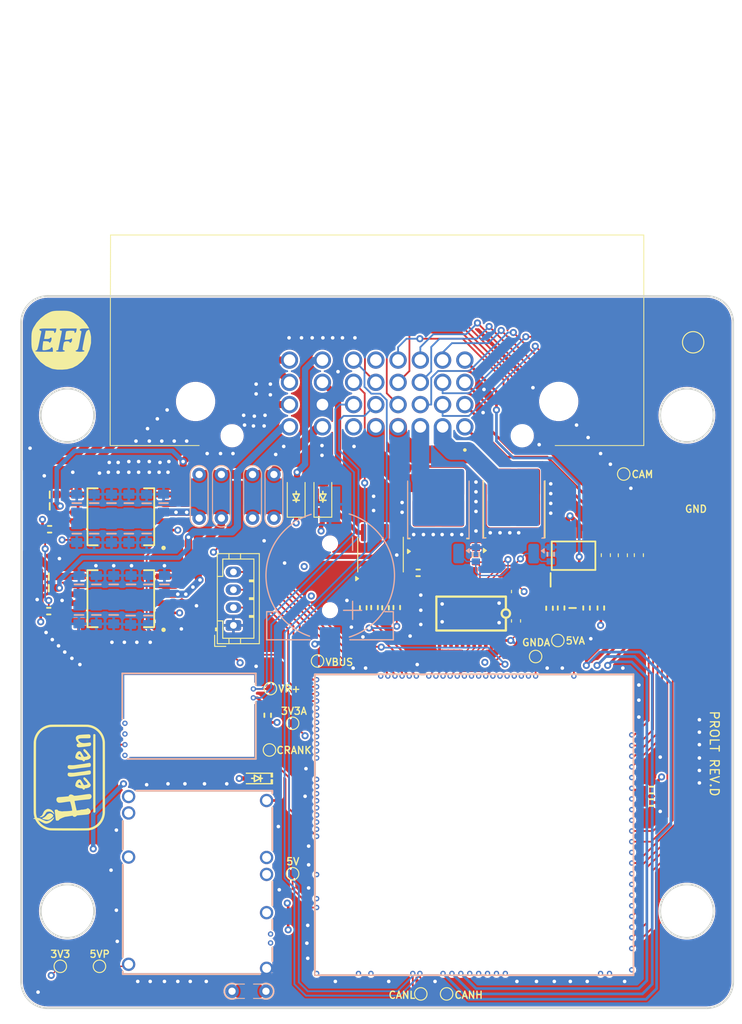
<source format=kicad_pcb>
(kicad_pcb (version 20221018) (generator pcbnew)
  (layers (0 "F.Cu" signal) (1 "In1.Cu" signal) (2 "In2.Cu" signal) (31 "B.Cu" signal) (34 "B.Paste" user) (35 "F.Paste" user) (36 "B.SilkS" user "B.Silkscreen") (37 "F.SilkS" user "F.Silkscreen") (38 "B.Mask" user) (39 "F.Mask" user) (44 "Edge.Cuts" user))
  (net 0 "")
  (net 1 "Net-(BT1-+)")
  (net 2 "GND")
  (net 3 "/TACH")
  (net 4 "/DC1+")
  (net 5 "/DC1-")
  (net 6 "/DC2+")
  (net 7 "/DC2-")
  (net 8 "+3.3VA")
  (net 9 "+12V_RAW")
  (net 10 "/OUT_2")
  (net 11 "/OUT_3")
  (net 12 "Net-(D3-K)")
  (net 13 "/IGN1_OUT")
  (net 14 "/IGN1_IN")
  (net 15 "/IGN2_OUT")
  (net 16 "/IGN2_IN")
  (net 17 "/IGN3_OUT")
  (net 18 "/IGN3_IN")
  (net 19 "+12V")
  (net 20 "Net-(IC1-GND)")
  (net 21 "Net-(IC1-IN)")
  (net 22 "Net-(IC1-ST)")
  (net 23 "/DC1_DIR")
  (net 24 "+3.3V")
  (net 26 "/DC1_DIS")
  (net 27 "/DC1_PWM")
  (net 28 "/DC2_DIR")
  (net 30 "/DC2_DIS")
  (net 31 "/OUT_1")
  (net 32 "/IN_IAT")
  (net 33 "/IN_CLT")
  (net 34 "/IN_MAP")
  (net 35 "/INJ3_OUT")
  (net 36 "/IN_TPS")
  (net 37 "/IN_AUX1")
  (net 38 "/IN_AUX2")
  (net 39 "/INJ2_OUT")
  (net 40 "/IN_D1")
  (net 41 "/IN_D2")
  (net 42 "/IN_D3")
  (net 43 "/INJ1_OUT")
  (net 44 "/VR+")
  (net 45 "/IN_CMP")
  (net 46 "GNDA")
  (net 47 "+5VP")
  (net 48 "/VR-")
  (net 49 "/CAN-H")
  (net 50 "/CAN-L")
  (net 51 "/VBUS")
  (net 52 "/USB-")
  (net 53 "/USB+")
  (net 54 "+5VA")
  (net 57 "Net-(M1-IN_VIGN_(PA5))")
  (net 63 "/HS")
  (net 64 "/INJ4_IN")
  (net 65 "/INJ3_IN")
  (net 66 "/INJ2_IN")
  (net 67 "/INJ1_IN")
  (net 68 "/LS1")
  (net 69 "/LS2")
  (net 78 "/PG_5VP")
  (net 83 "/VR_MAX9924")
  (net 84 "/EN_5VP")
  (net 85 "+5V")
  (net 88 "/IN_VMAIN")
  (net 109 "Net-(M3-PG_5VP)")
  (net 110 "/Injectors/OUT_5V_1")
  (net 111 "/Injectors/OUT_5V_2")
  (net 112 "/Injectors/OUT_5V_3")
  (net 113 "/Injectors/OUT_5V_4")
  (net 118 "/IN_VING")
  (net 119 "/DC Drivers/DC1_PWR")
  (net 120 "/DC Drivers/DC2_PWR")
  (net 121 "/DC2_PWM")
  (net 126 "Net-(U4-IN1)")
  (net 127 "Net-(U4-IN2)")
  (footprint "Hellen:R0603" (layer "F.Cu") (at 145.14 91.226595 90)
    (fp_text reference "R9" hide)
    (fp_text value "4.7k" hide)
  )
  (footprint "TestPoint:TestPoint_Pad_D1.0mm" (layer "F.Cu") (at 134.7 100.3)
    (fp_text reference "TP1" hide)
    (fp_text value "VR+")
  )
  (footprint "Hellen:C0603" (layer "F.Cu") (at 168.63 91.25 90)
    (fp_text reference "C1" hide)
    (fp_text value "10nF" hide)
  )
  (footprint "Hellen:C0603" (layer "F.Cu") (at 109.809999 87.7)
    (fp_text reference "C26" hide)
    (fp_text value "10nF" hide)
  )
  (footprint "Hellen:R0603" (layer "F.Cu") (at 177.5 113.1 180)
    (fp_text reference "R15" hide)
    (fp_text value "6.8k" hide)
  )
  (footprint "Hellen:PAD-1206-PAD" (layer "F.Cu") (at 135.1 78.7 -90)
    (fp_text reference "F7" hide)
    (fp_text value "12H1500D" hide)
  )
  (footprint "TestPoint:TestPoint_Pad_D1.0mm" (layer "F.Cu") (at 111.1 131.5)
    (fp_text reference "TP11" hide)
    (fp_text value "+3.3V")
  )
  (footprint "Capacitor_SMD:C_0603_1608Metric" (layer "F.Cu") (at 162.3 89.4 90)
    (fp_text reference "C29" hide)
    (fp_text value "100n")
  )
  (footprint "Hellen:SOIC127P600X175-8N" (layer "F.Cu") (at 168.765 85.375 90)
    (fp_text reference "IC1" hide)
    (fp_text value "BTS4175SGA" hide)
  )
  (footprint "Hellen:R0603" (layer "F.Cu") (at 109.8 91.6 180)
    (fp_text reference "R12" hide)
    (fp_text value "4.7k" hide)
  )
  (footprint "Hellen:C0603" (layer "F.Cu") (at 109.909999 78.5)
    (fp_text reference "C13" hide)
    (fp_text value "10nF" hide)
  )
  (footprint "Hellen:R0603" (layer "F.Cu") (at 177.5 111.7)
    (fp_text reference "R14" hide)
    (fp_text value "33k" hide)
  )
  (footprint "Package_TO_SOT_SMD:TO-252-2" (layer "F.Cu") (at 153.575 80.16 90)
    (fp_text reference "Q1" hide)
    (fp_text value "VND14NV04TR-E")
  )
  (footprint "EasyEda2Kicad:TSSOP-24_L7.8-W4.4-P0.65-LS6.4-BL" (layer "F.Cu") (at 157.28 91.88 180)
    (fp_text reference "U2" hide)
    (fp_text value "SN74LVC4245APWR")
  )
  (footprint "TestPoint:TestPoint_Pad_D1.0mm" (layer "F.Cu") (at 115.5 131.5)
    (fp_text reference "TP9" hide)
    (fp_text value "+5VP")
  )
  (footprint "Hellen:PG-DSO-12-17" (layer "F.Cu") (at 117.9 90.2 180)
    (fp_text reference "IC3" hide)
    (fp_text value "IFX9201SGAUMA1" hide)
  )
  (footprint "Hellen:SOD-323" (layer "F.Cu") (at 133.198502 110.387498 180)
    (fp_text reference "D3" hide)
    (fp_text value "1N4148WS" hide)
  )
  (footprint "Hellen:R0603" (layer "F.Cu") (at 151.3 87.3)
    (fp_text reference "R1" hide)
    (fp_text value "4.7k" hide)
  )
  (footprint "TestPoint:TestPoint_Pad_D1.0mm" (layer "F.Cu") (at 164.5 96.7)
    (fp_text reference "TP14" hide)
    (fp_text value "GNDA")
  )
  (footprint "Hellen:C0603" (layer "F.Cu") (at 109.809999 89)
    (fp_text reference "C27" hide)
    (fp_text value "10nF" hide)
  )
  (footprint "Hellen:R0603" (layer "F.Cu") (at 134.4 103.3 90)
    (fp_text reference "R13" hide)
    (fp_text value "4.7k" hide)
  )
  (footprint "Connector_JST:JST_PH_B4B-PH-K_1x04_P2.00mm_Vertical" (layer "F.Cu") (at 130.55 93.2 90)
    (fp_text reference "J2" hide)
    (fp_text value "USB")
  )
  (footprint "Hellen:mega-mcu100" (layer "F.Cu") (at 175.59999 132.6 90)
    (fp_text reference "M1" hide)
    (fp_text value "Module:mega-mcu100/0.3" hide)
  )
  (footprint "Hellen:R0603" (layer "F.Cu") (at 157.8 85.3 -90)
    (fp_text reference "R2" hide)
    (fp_text value "4.7k" hide)
  )
  (footprint "TestPoint:TestPoint_Pad_D1.0mm" (layer "F.Cu") (at 134.6 107.2)
    (fp_text reference "TP3" hide)
    (fp_text value "CRANK")
  )
  (footprint "Hellen:R0603" (layer "F.Cu") (at 166.065 91.275 90)
    (fp_text reference "R5" hide)
    (fp_text value "150" hide)
  )
  (footprint "Hellen:R0603" (layer "F.Cu") (at 146.4 91.2 -90)
    (fp_text reference "R21" hide)
    (fp_text value "4.7k" hide)
  )
  (footprint "TestPoint:TestPoint_Pad_D1.0mm" (layer "F.Cu") (at 137.2 104.2)
    (fp_text reference "TP12" hide)
    (fp_text value "+3.3VA")
  )
  (footprint "Hellen:643340100" (layer "F.Cu") (at 156.55 70.9 180)
    (fp_text reference "J1" hide)
    (fp_text value "64334-0100" hide)
  )
  (footprint "Hellen:PG-DSO-12-17" (layer "F.Cu") (at 117.9 81 180)
    (fp_text reference "IC2" hide)
    (fp_text value "IFX9201SGAUMA1" hide)
  )
  (footprint "TestPoint:TestPoint_Pad_D1.0mm" (layer "F.Cu") (at 154.5 134.6)
    (fp_text reference "TP5" hide)
    (fp_text value "CANH")
  )
  (footprint "TestPoint:TestPoint_Pad_D1.0mm" (layer "F.Cu") (at 151.6 134.6)
    (fp_text reference "TP6" hide)
    (fp_text value "CANL")
  )
  (footprint "TestPoint:TestPoint_Pad_D1.0mm" (layer "F.Cu") (at 174.4 76.2)
    (fp_text reference "TP4" hide)
    (fp_text value "CAM")
  )
  (footprint "Fuse:Fuse_0603_1608Metric" (layer "F.Cu") (at 174.3 85.325 -90)
    (fp_text reference "F2" hide)
    (fp_text value "50mA")
  )
  (footprint "Package_SO:SOIC-8_3.9x4.9mm_P1.27mm" (layer "F.Cu") (at 147.075 85.25 90)
    (fp_text reference "U4" hide)
    (fp_text value "VNLD5160TR-E")
  )
  (footprint "Hellen:PAD-1206-PAD" (layer "F.Cu") (at 129.2 78.7 -90)
    (fp_text reference "F5" hide)
    (fp_text value "12H1500D" hide)
  )
  (footprint "TestPoint:TestPoint_Pad_D1.0mm" (layer "F.Cu") (at 167 94.9)
    (fp_text reference "TP10" hide)
    (fp_text value "+5VA")
  )
  (footprint "Hellen:PAD-0805-PAD" (layer "F.Cu") (at 132.3 134.3)
    (fp_text reference "R16" hide)
    (fp_text value "0" hide)
  )
  (footprint "Hellen:R0603" (layer "F.Cu") (at 109.9 82.4 180)
    (fp_text reference "R11" hide)
    (fp_text value "4.7k" hide)
  )
  (footprint "TestPoint:TestPoint_Pad_D1.0mm" (layer "F.Cu") (at 137.2 121.1)
    (fp_text reference "TP8" hide)
    (fp_text value "+5V")
  )
  (footprint "Hellen:SOD-123" (layer "F.Cu") (at 137.6 78.8 90)
    (fp_text reference "D2" hide)
    (fp_text value "B5819W" hide)
  )
  (footprint "Hellen:PAD-1206-PAD" (layer "F.Cu") (at 126.7 78.7 -90)
    (fp_text reference "F4" hide)
    (fp_text value "12H1500D" hide)
  )
  (footprint "TestPoint:TestPoint_Pad_D1.0mm" (layer "F.Cu") (at 140 97.2)
    (fp_text reference "TP7" hide)
    (fp_text value "VBUS")
  )
  (footprint "Hellen:SOD-123" (layer "F.Cu") (at 140.6 78.8 90)
    (fp_text reference "D1" hide)
    (fp_text value "B5819W" hide)
  )
  (footprint "Fuse:Fuse_0603_1608Metric" (layer "F.Cu") (at 176.1 85.3125 -90)
    (fp_text reference "F3" hide)
    (fp_text value "50mA")
  )
  (footprint "Hellen:R0603" (layer "F.Cu") (at 171.83 91.25 90)
    (fp_text reference "R7" hide)
    (fp_text value "15k" hide)
  )
  (footprint "Hellen:R0603" (layer "F.Cu") (at 170.23 91.25 90)
    (fp_text reference "R8" hide)
    (fp_text value "4.7k" hide)
  )
  (footprint "Capacitor_SMD:C_0603_1608Metric" (layer "F.Cu") (at 162.3 92.7 -90)
    (fp_text reference "C30" hide)
    (fp_text value "100n")
  )
  (footprint "Hellen:R0603" (layer "F.Cu") (at 148.9 91.2 -90)
    (fp_text reference "R22" hide)
    (fp_text value "4.7k" hide)
  )
  (footprint "Package_TO_SOT_SMD:TO-252-2" (layer "F.Cu") (at 162.1025 80.06 90)
    (fp_text reference "Q2" hide)
    (fp_text value "VND14NV04TR-E")
  )
  (footprint "Hellen:PAD-1206-PAD" (layer "F.Cu") (at 132.7 78.7 -90)
    (fp_text reference "F6" hide)
    (fp_text value "12H1500D" hide)
  )
  (footprint "Hellen:C0603" (layer "F.Cu") (at 109.909999 79.8)
    (fp_text reference "C14" hide)
    (fp_text value "10nF" hide)
  )
  (footprint "Hellen:rusefi_logo" (layer "F.Cu") (at 111.2 61.2)
    (fp_text reference "G1" hide)
    (fp_text value "RUSEFI_LOGO" hide)
  )
  (footprint "Fuse:Fuse_0603_1608Metric" (layer "F.Cu") (at 172.39 85.3125 -90)
    (fp_text reference "F1" hide)
    (fp_text value "50mA")
  )
  (footprint "Hellen:R0603" (layer "F.Cu") (at 167.365 91.25 90)
    (fp_text reference "R6" hide)
    (fp_text value "0R" hide)
  )
  (footprint "Hellen:LOGO" (layer "F.Cu") (at 112.17383 110.055721 90)
    (fp_text reference "G2" hide)
    (fp_text value "LOGO" hide)
  )
  (footprint "Hellen:vr-max9924" (layer "F.Cu") (at 133.1625 98.5 180)
    (fp_text reference "M2" hide)
    (fp_text value "Module-vr-max9924-0.1" hide)
  )
  (footprint "TestPoint:TestPoint_Pad_D2.0mm" (layer "F.Cu") (at 182.2 61.4)
    (fp_text reference "TP13" hide)
    (fp_text value "GND")
  )
  (footprint "Hellen:power_12and5V" (layer "F.Cu") (at 118.024999 132.475001)
    (fp_text reference "M3" hide)
    (fp_text value "Module-power_12and5V-0.2" hide)
  )
  (footprint "Hellen:R0603" (layer "F.Cu") (at 147.64 91.225 90)
    (fp_text reference "R10" hide)
    (fp_text value "4.7k" hide)
  )
  (footprint "Hellen:C0805" (layer "B.Cu") (at 120.800079 82.885007 90)
    (fp_text reference "C6" hide)
    (fp_text value "10uF" hide)
  )
  (footprint "Hellen:C0805" (layer "B.Cu") (at 116.850015 82.9 90)
    (fp_text reference "C11" hide)
    (fp_text value "10uF" hide)
  )
  (footprint "Hellen:C0805" (layer "B.Cu") (at 116.850015 79.469998 -90)
    (fp_text reference "C4" hide)
    (fp_text value "10uF" hide)
  )
  (footprint "Hellen:C0805" (layer "B.Cu") (at 117.1 88.6 -90)
    (fp_text reference "C18" hide)
    (fp_text value "10uF" hide)
  )
  (footprint "Hellen:C0805" (layer "B.Cu") (at 117.1 92.030002 90)
    (fp_text reference "C25" hide)
    (fp_text value "10uF" hide)
  )
  (footprint "Hellen:C0805" (layer "B.Cu") (at 115.150015 92.030002 90)
    (fp_text reference "C24" hide)
    (fp_text value "10uF" hide)
  )
  (footprint "Hellen:R0603" (layer "B.Cu") (at 166.2 85.215 -90)
    (fp_text reference "R4" hide)
    (fp_text value "4.7k" hide)
  )
  (footprint "Hellen:C0805" (layer "B.Cu") (at 112.950045 82.9 90)
    (fp_text reference "C9" hide)
    (fp_text value "10uF" hide)
  )
  (footprint "Package_TO_SOT_SMD:TO-252-2" (layer "B.Cu") (at 162 80.1 90)
    (fp_text reference "Q4" hide)
    (fp_text value "VND14NV04TR-E")
  )
  (footprint "Hellen:C0805" (layer "B.Cu") (at 118.8 82.9 90)
    (fp_text reference "C12" hide)
    (fp_text value "10uF" hide)
  )
  (footprint "Hellen:C0805" (layer "B.Cu") (at 114.90003 82.9 90)
    (fp_text reference "C10" hide)
    (fp_text value "10uF" hide)
  )
  (footprint "Hellen:C0805" (layer "B.Cu") (at 122.700079 79.469998 -90)
    (fp_text reference "C8" hide)
    (fp_text value "10uF" hide)
  )
  (footprint "Hellen:C0805" (layer "B.Cu") (at 113.20003 88.6 -90)
    (fp_text reference "C16" hide)
    (fp_text value "10uF" hide)
  )
  (footprint "Hellen:C0805" (layer "B.Cu") (at 113.20003 92.030002 90)
    (fp_text reference "C23" hide)
    (fp_text value "10uF" hide)
  )
  (footprint "Hellen:C0805" (layer "B.Cu") (at 120.99997 88.6 -90)
    (fp_text reference "C20" hide)
    (fp_text value "10uF" hide)
  )
  (footprint "Hellen:CR1220-2" (layer "B.Cu") (at 141.4 87.600142 90)
    (fp_text reference "BT1" hide)
    (fp_text value "CR1220")
  )
  (footprint "Hellen:R0603" (layer "B.Cu") (at 157.7775 85.225 -90)
    (fp_text reference "R3" hide)
    (fp_text value "4.7k" hide)
  )
  (footprint "Hellen:C0805" (layer "B.Cu") (at 121 92.1 90)
    (fp_text reference "C15" hide)
    (fp_text value "10uF" hide)
  )
  (footprint "Hellen:C0805" (layer "B.Cu") (at 122.8 88.6 -90)
    (fp_text reference "C22" hide)
    (fp_text value "10uF" hide)
  )
  (footprint "Hellen:C0805" (layer "B.Cu") (at 119.049985 88.6 -90)
    (fp_text reference "C19" hide)
    (fp_text value "10uF" hide)
  )
  (footprint "Hellen:C0805" (layer "B.Cu") (at 119 92.1 90)
    (fp_text reference "C21" hide)
    (fp_text value "10uF" hide)
  )
  (footprint "Package_TO_SOT_SMD:TO-252-2" (layer "B.Cu") (at 153.575 80.085 90)
    (fp_text reference "Q3" hide)
    (fp_text value "VND14NV04TR-E")
  )
  (footprint "Hellen:C0805" (layer "B.Cu") (at 112.950045 79.469998 -90)
    (fp_text reference "C2" hide)
    (fp_text value "10uF" hide)
  )
  (footprint "Hellen:C0805" (layer "B.Cu") (at 118.8 79.469998 -90)
    (fp_text reference "C5" hide)
    (fp_text value "10uF" hide)
  )
  (footprint "Hellen:C0805" (layer "B.Cu") (at 114.90003 79.469998 -90)
    (fp_text reference "C3" hide)
    (fp_text value "10uF" hide)
  )
  (footprint "Hellen:C0805" (layer "B.Cu") (at 120.800079 79.485007 -90)
    (fp_text reference "C7" hide)
    (fp_text value "10uF" hide)
  )
  (footprint "Hellen:C0805" (layer "B.Cu") (at 115.150015 88.6 -90)
    (fp_text reference "C17" hide)
    (fp_text value "10uF" hide)
  )
  (gr_line locked (start 109.7 136.2) (end 183.7 136.2) (stroke (width 0.2)) (layer "Edge.Cuts"))
  (gr_circle locked (center 111.9 69.6) (end 114.9 69.6) (stroke (width 0.2)) (fill none) (layer "Edge.Cuts"))
  (gr_line locked (start 106.7 59.2) (end 106.7 133.2) (stroke (width 0.2)) (layer "Edge.Cuts"))
  (gr_arc locked (start 106.7 59.2) (mid 107.57868 57.07868) (end 109.7 56.2) (stroke (width 0.2)) (layer "Edge.Cuts"))
  (gr_circle locked (center 181.5 125.3) (end 184.5 125.3) (stroke (width 0.2)) (fill none) (layer "Edge.Cuts"))
  (gr_arc locked (start 183.7 56.2) (mid 185.821319 57.07868) (end 186.7 59.2) (stroke (width 0.2)) (layer "Edge.Cuts"))
  (gr_line locked (start 183.7 56.2) (end 109.7 56.2) (stroke (width 0.2)) (layer "Edge.Cuts"))
  (gr_arc locked (start 109.7 136.2) (mid 107.57868 135.32132) (end 106.7 133.2) (stroke (width 0.2)) (layer "Edge.Cuts"))
  (gr_line locked (start 186.7 133.2) (end 186.7 59.2) (stroke (width 0.2)) (layer "Edge.Cuts"))
  (gr_circle locked (center 111.9 125.3) (end 114.9 125.3) (stroke (width 0.2)) (fill none) (layer "Edge.Cuts"))
  (gr_arc locked (start 186.7 133.2) (mid 185.82132 135.32132) (end 183.7 136.2) (stroke (width 0.2)) (layer "Edge.Cuts"))
  (gr_circle locked (center 181.5 69.6) (end 184.5 69.6) (stroke (width 0.2)) (fill none) (layer "Edge.Cuts"))
  (gr_text "3V3A" (at 135.8 103.3) (layer "F.SilkS") (effects (font (size 0.8 0.8)) (justify left bottom)))
  (gr_text "CANH" (at 155.3 135.2) (layer "F.SilkS") (effects (font (size 0.8 0.8)) (justify left bottom)))
  (gr_text "5VP" (at 114.3 130.6) (layer "F.SilkS") (effects (font (size 0.8 0.8)) (justify left bottom)))
  (gr_text "GND" (at 181.2 80.6) (layer "F.SilkS") (effects (font (size 0.8 0.8)) (justify left bottom)))
  (gr_text "5VA" (at 167.8 95.4) (layer "F.SilkS") (effects (font (size 0.8 0.8)) (justify left bottom)))
  (gr_text "PROLT REV.D" (at 184 102.7 270) (layer "F.SilkS") (effects (font (size 1 1)) (justify left bottom)))
  (gr_text "CAM" (at 175.2 76.7) (layer "F.SilkS") (effects (font (size 0.8 0.8)) (justify left bottom)))
  (gr_text "CRANK" (at 135.3 107.7) (layer "F.SilkS") (effects (font (size 0.8 0.8)) (justify left bottom)))
  (gr_text "VR+" (at 135.5 100.8) (layer "F.SilkS") (effects (font (size 0.8 0.8)) (justify left bottom)))
  (gr_text "3V3" (at 109.9 130.6) (layer "F.SilkS") (effects (font (size 0.8 0.8)) (justify left bottom)))
  (gr_text "GNDA" (at 162.9 95.6) (layer "F.SilkS") (effects (font (size 0.8 0.8)) (justify left bottom)))
  (gr_text "VBUS" (at 140.8 97.8) (layer "F.SilkS") (effects (font (size 0.8 0.8)) (justify left bottom)))
  (gr_text "CANL" (at 147.9 135.2) (layer "F.SilkS") (effects (font (size 0.8 0.8)) (justify left bottom)))
  (gr_text "5V" (at 136.4 120.2) (layer "F.SilkS") (effects (font (size 0.8 0.8)) (justify left bottom)))
  (segment (start 132.086 110.4) (end 132.098502 110.387498) (width 0.5) (layer "F.Cu") (net 1))
  (segment (start 131.2 110.4) (end 132.086 110.4) (width 0.5) (layer "F.Cu") (net 1))
  (via (at 139.7 95.3) (size 0.8) (drill 0.4) (layers "F.Cu" "B.Cu") (net 1))
  (via (at 131.2 110.4) (size 0.8) (drill 0.4) (layers "F.Cu" "B.Cu") (net 1))
  (segment (start 141.4 95.199952) (end 139.800048 95.199952) (width 0.5) (layer "B.Cu") (net 1))
  (segment (start 139.800048 95.199952) (end 139.7 95.3) (width 0.5) (layer "B.Cu") (net 1))
  (segment (start 151.2 97.6) (end 151.2 98.09999) (width 0.15) (layer "F.Cu") (net 2))
  (segment (start 151.2 98.09999) (end 151.8 98.69999) (width 0.15) (layer "F.Cu") (net 2))
  (via (at 145.1 94.5) (size 0.8) (drill 0.4) (layers "F.Cu" "B.Cu") (net 2))
  (via (at 149.5 79.4) (size 0.8) (drill 0.4) (layers "F.Cu" "B.Cu") (net 2))
  (via (at 153 83) (size 0.8) (drill 0.4) (layers "F.Cu" "B.Cu") (net 2))
  (via (at 130.5 73.9) (size 0.8) (drill 0.4) (layers "F.Cu" "B.Cu") (net 2))
  (via (at 139 118) (size 0.8) (drill 0.4) (layers "F.Cu" "B.Cu") (net 2))
  (via (at 132.8 70.8) (size 0.8) (drill 0.4) (layers "F.Cu" "B.Cu") (net 2))
  (via (at 159.4 82.8) (size 0.8) (drill 0.4) (layers "F.Cu" "B.Cu") (net 2))
  (via (at 160.5 82.8) (size 0.8) (drill 0.4) (layers "F.Cu" "B.Cu") (net 2))
  (via (at 119.9 74.8) (size 0.8) (drill 0.4) (layers "F.Cu" "B.Cu") (net 2))
  (via (at 138.7 109.3) (size 0.8) (drill 0.4) (layers "F.Cu" "B.Cu") (net 2))
  (via (at 117.4 116.2) (size 0.8) (drill 0.4) (layers "F.Cu" "B.Cu") (net 2))
  (via (at 161.6 82.8) (size 0.8) (drill 0.4) (layers "F.Cu" "B.Cu") (net 2))
  (via (at 133.1 66.1) (size 0.8) (drill 0.4) (layers "F.Cu" "B.Cu") (net 2))
  (via (at 166.2 78.4) (size 0.8) (drill 0.4) (layers "F.Cu" "B.Cu") (net 2))
  (via (at 117.6 74.9) (size 0.8) (drill 0.4) (layers "F.Cu" "B.Cu") (net 2))
  (via (at 124.7 93.6) (size 0.8) (drill 0.4) (layers "F.Cu" "B.Cu") (net 2))
  (via (at 121.1 76) (size 0.8) (drill 0.4) (layers "F.Cu" "B.Cu") (net 2))
  (via (at 178.5 108) (size 0.8) (drill 0.4) (layers "F.Cu" "B.Cu") (net 2))
  (via (at 134 70.8) (size 0.8) (drill 0.4) (layers "F.Cu" "B.Cu") (net 2))
  (via (at 132.9 69.7) (size 0.8) (drill 0.4) (layers "F.Cu" "B.Cu") (net 2))
  (via (at 122.8 133.2) (size 0.8) (drill 0.4) (layers "F.Cu" "B.Cu") (net 2))
  (via (at 143.3 90.4) (size 0.8) (drill 0.4) (layers "F.Cu" "B.Cu") (net 2))
  (via (at 116.9 95.1) (size 0.8) (drill 0.4) (layers "F.Cu" "B.Cu") (net 2))
  (via (at 153.2 133.2) (size 0.8) (drill 0.4) (layers "F.Cu" "B.Cu") (net 2))
  (via (at 148 133.2) (size 0.8) (drill 0.4) (layers "F.Cu" "B.Cu") (net 2))
  (via (at 151.6 91.5) (size 0.8) (drill 0.4) (layers "F.Cu" "B.Cu") (net 2))
  (via (at 156.2 83) (size 0.8) (drill 0.4) (layers "F.Cu" "B.Cu") (net 2))
  (via (at 141.7 60.9) (size 0.8) (drill 0.4) (layers "F.Cu" "B.Cu") (net 2))
  (via (at 120.8 111.1) (size 0.8) (drill 0.4) (layers "F.Cu" "B.Cu") (net 2))
  (via (at 122.8 86.5) (size 0.8) (drill 0.4) (layers "F.Cu" "B.Cu") (net 2))
  (via (at 117.5 128.7) (size 0.8) (drill 0.4) (layers "F.Cu" "B.Cu") (net 2))
  (via (at 182.9 110.9) (size 0.8) (drill 0.4) (layers "F.Cu" "B.Cu") (net 2))
  (via (at 155.1 83) (size 0.8) (drill 0.4) (layers "F.Cu" "B.Cu") (net 2))
  (via (at 142.3 64.7) (size 0.8) (drill 0.4) (layers "F.Cu" "B.Cu") (net 2))
  (via (at 176.1 101.6) (size 0.8) (drill 0.4) (layers "F.Cu" "B.Cu") (net 2))
  (via (at 125.1 111) (size 0.8) (drill 0.4) (layers "F.Cu" "B.Cu") (net 2))
  (via (at 121.1 72.5) (size 0.8) (drill 0.4) (layers "F.Cu" "B.Cu") (net 2))
  (via (at 150.8 83) (size 0.8) (drill 0.4) (layers "F.Cu" "B.Cu") (net 2))
  (via (at 125.3 72.5) (size 0.8) (drill 0.4) (layers "F.Cu" "B.Cu") (net 2))
  (via (at 139 122.7) (size 0.8) (drill 0.4) (layers "F.Cu" "B.Cu") (net 2))
  (via (at 176.1 99.9) (size 0.8) (drill 0.4) (layers "F.Cu" "B.Cu") (net 2))
  (via (at 164.2 66.5) (size 0.8) (drill 0.4) (layers "F.Cu" "B.Cu") (net 2))
  (via (at 135.6 115.8) (size 0.8) (drill 0.4) (layers "F.Cu" "B.Cu") (net 2))
  (via (at 182.9 109.5) (size 0.8) (drill 0.4) (layers "F.Cu" "B.Cu") (net 2))
  (via (at 143.8 93.4) (size 0.8) (drill 0.4) (layers "F.Cu" "B.Cu") (net 2))
  (via (at 119.9 76) (size 0.8) (drill 0.4) (layers "F.Cu" "B.Cu") (net 2))
  (via (at 108.5 90.3) (size 0.8) (drill 0.4) (layers "F.Cu" "B.Cu") (net 2))
  (via (at 158.7 66.7) (size 0.8) (drill 0.4) (layers "F.Cu" "B.Cu") (net 2))
  (via (at 175.2 77.8) (size 0.8) (drill 0.4) (layers "F.Cu" "B.Cu") (net 2))
  (via (at 182.9 103.8) (size 0.8) (drill 0.4) (layers "F.Cu" "B.Cu") (net 2))
  (via (at 157.8 82.6) (size 0.8) (drill 0.4) (layers "F.Cu" "B.Cu") (net 2))
  (via (at 170.3 133.2) (size 0.8) (drill 0.4) (layers "F.Cu" "B.Cu") (net 2))
  (via (at 166.6 133.2) (size 0.8) (drill 0.4) (layers "F.Cu" "B.Cu") (net 2))
  (via (at 121.1 74.8) (size 0.8) (drill 0.4) (layers "F.Cu" "B.Cu") (net 2))
  (via (at 139.4 60.9) (size 0.8) (drill 0.4) (layers "F.Cu" "B.Cu") (net 2))
  (via (at 126.4 91) (size 0.8) (drill 0.4) (layers "F.Cu" "B.Cu") (net 2))
  (via (at 139 120.1) (size 0.8) (drill 0.4) (layers "F.Cu" "B.Cu") (net 2))
  (via (at 140.6 60.9) (size 0.8) (drill 0.4) (layers "F.Cu" "B.Cu") (net 2))
  (via (at 138.6 112.4) (size 0.8) (drill 0.4) (layers "F.Cu" "B.Cu") (net 2))
  (via (at 145.4 98) (size 0.8) (drill 0.4) (layers "F.Cu" "B.Cu") (net 2))
  (via (at 121.2 133.2) (size 0.8) (drill 0.4) (layers "F.Cu" "B.Cu") (net 2))
  (via (at 118.3 95.1) (size 0.8) (drill 0.4) (layers "F.Cu" "B.Cu") (net 2))
  (via (at 111 85.7) (size 0.8) (drill 0.4) (layers "F.Cu" "B.Cu") (net 2))
  (via (at 170.4 72.1) (size 0.8) (drill 0.4) (layers "F.Cu" "B.Cu") (net 2))
  (via (at 154 92.8) (size 0.8) (drill 0.4) (layers "F.Cu" "B.Cu") (net 2))
  (via (at 135.7 122.9) (size 0.8) (drill 0.4) (layers "F.Cu" "B.Cu") (net 2))
  (via (at 117.4 125.2) (size 0.8) (drill 0.4) (layers "F.Cu" "B.Cu") (net 2))
  (via (at 182.9 106.6) (size 0.8) (drill 0.4) (layers "F.Cu" "B.Cu") (net 2))
  (via (at 151.6 93.1) (size 0.8) (drill 0.4) (layers "F.Cu" "B.Cu") (net 2))
  (via (at 157.8 78.2) (size 0.8) (drill 0.4) (layers "F.Cu" "B.Cu") (net 2))
  (via (at 107.7 73.3) (size 0.8) (drill 0.4) (layers "F.Cu" "B.Cu") (net 2))
  (via (at 129.8 111) (size 0.8) (drill 0.4) (layers "F.Cu" "B.Cu") (net 2))
  (via (at 157.8 80.4) (size 0.8) (drill 0.4) (layers "F.Cu" "B.Cu") (net 2))
  (via (at 112.5 76) (size 0.8) (drill 0.4) (layers "F.Cu" "B.Cu") (net 2))
  (via (at 167.5 98) (size 0.8) (drill 0.4) (layers "F.Cu" "B.Cu") (net 2))
  (via (at 109.3 76.4) (size 0.8) (drill 0.4) (layers "F.Cu" "B.Cu") (net 2))
  (via (at 157.8 79.3) (size 0.8) (drill 0.4) (layers "F.Cu" "B.Cu") (net 2))
  (via (at 154 83) (size 0.8) (drill 0.4) (layers "F.Cu" "B.Cu") (net 2))
  (via (at 178.5 114.1) (size 0.8) (drill 0.4) (layers "F.Cu" "B.Cu") (net 2))
  (via (at 116.8 120.7) (size 0.8) (drill 0.4) (layers "F.Cu" "B.Cu") (net 2))
  (via (at 129.1 73.9) (size 0.8) (drill 0.4) (layers "F.Cu" "B.Cu") (net 2))
  (via (at 182.9 105.2) (size 0.8) (drill 0.4) (layers "F.Cu" "B.Cu") (net 2))
  (via (at 164.6 133.2) (size 0.8) (drill 0.4) (layers "F.Cu" "B.Cu") (net 2))
  (via (at 113.3 97.6) (size 0.8) (drill 0.4) (layers "F.Cu" "B.Cu") (net 2))
  (via (at 127.3 111) (size 0.8) (drill 0.4) (layers "F.Cu" "B.Cu") (net 2))
  (via (at 170.7 94.7) (size 0.8) (drill 0.4) (layers "F.Cu" "B.Cu") (net 2))
  (via (at 165.8 98) (size 0.8) (drill 0.4) (layers "F.Cu" "B.Cu") (net 2))
  (via (at 136.2 73.1) (size 0.8) (drill 0.4) (layers "F.Cu" "B.Cu") (net 2))
  (via (at 119.1 86.5) (size 0.8) (drill 0.4) (layers "F.Cu" "B.Cu") (net 2))
  (via (at 131.7 69.6) (size 0.8) (drill 0.4) (layers "F.Cu" "B.Cu") (net 2))
  (via (at 134.1 69.6) (size 0.8) (drill 0.4) (layers "F.Cu" "B.Cu") (net 2))
  (via (at 123.1 69) (size 0.8) (drill 0.4) (layers "F.Cu" "B.Cu") (net 2))
  (via (at 117.1 86.5) (size 0.8) (drill 0.4) (layers "F.Cu" "B.Cu") (net 2))
  (via (at 127.6 73.9) (size 0.8) (drill 0.4) (layers "F.Cu" "B.Cu") (net 2))
  (via (at 122.2 76) (size 0.8) (drill 0.4) (layers "F.Cu" "B.Cu") (net 2))
  (via (at 112.4 96.9) (size 0.8) (drill 0.4) (layers "F.Cu" "B.Cu") (net 2))
  (via (at 166.2 77.3) (size 0.8) (drill 0.4) (layers "F.Cu" "B.Cu") (net 2))
  (via (at 111.6 96.2) (size 0.8) (drill 0.4) (layers "F.Cu" "B.Cu") (net 2))
  (via (at 123.2 76) (size 0.8) (drill 0.4) (layers "F.Cu" "B.Cu") (net 2))
  (via (at 140.5 74.1) (size 0.8) (drill 0.4) (layers "F.Cu" "B.Cu") (net 2))
  (via (at 109.5 94) (size 0.8) (drill 0.4) (layers "F.Cu" "B.Cu") (net 2))
  (via (at 151.6 89.8) (size 0.8) (drill 0.4) (layers "F.Cu" "B.Cu") (net 2))
  (via (at 168.4 133.2) (size 0.8) (drill 0.4) (layers "F.Cu" "B.Cu") (net 2))
  (via (at 125.7 133.2) (size 0.8) (drill 0.4) (layers "F.Cu" "B.Cu") (net 2))
  (via (at 116.6 74.9) (size 0.8) (drill 0.4) (layers "F.Cu" "B.Cu") (net 2))
  (via (at 166.2 79.5) (size 0.8) (drill 0.4) (layers "F.Cu" "B.Cu") (net 2))
  (via (at 138.8 128.9) (size 0.8) (drill 0.4) (layers "F.Cu" "B.Cu") (net 2))
  (via (at 169.1 70.7) (size 0.8) (drill 0.4) (layers "F.Cu" "B.Cu") (net 2))
  (via (at 157.8 77.1) (size 0.8) (drill 0.4) (layers "F.Cu" "B.Cu") (net 2))
  (via (at 131.8 70.7) (size 0.8) (drill 0.4) (layers "F.Cu" "B.Cu") (net 2))
  (via (at 146.3 78.7) (size 0.8) (drill 0.4) (layers "F.Cu" "B.Cu") (net 2))
  (via (at 133.1 67.2) (size 0.8) (drill 0.4) (layers "F.Cu" "B.Cu") (net 2))
  (via (at 115.1 86.5) (size 0.8) (drill 0.4) (layers "F.Cu" "B.Cu") (net 2))
  (via (at 116.5 76) (size 0.8) (drill 0.4) (layers "F.Cu" "B.Cu") (net 2))
  (via (at 162.6 82.8) (size 0.8) (drill 0.4) (layers "F.Cu" "B.Cu") (net 2))
  (via (at 154 90.8) (size 0.8) (drill 0.4) (layers "F.Cu" "B.Cu") (net 2))
  (via (at 151.2 97.6) (size 0.8) (drill 0.4) (layers "F.Cu" "B.Cu") (net 2))
  (via (at 119.7 95.1) (size 0.8) (drill 0.4) (layers "F.Cu" "B.Cu") (net 2))
  (via (at 135.3 74) (size 0.8) (drill 0.4) (layers "F.Cu" "B.Cu") (net 2))
  (via (at 119.6 72.5) (size 0.8) (drill 0.4) (layers "F.Cu" "B.Cu") (net 2))
  (via (at 119.8 133.2) (size 0.8) (drill 0.4) (layers "F.Cu" "B.Cu") (net 2))
  (via (at 182.9 108.1) (size 0.8) (drill 0.4) (layers "F.Cu" "B.Cu") (net 2))
  (via (at 121.2 95.1) (size 0.8) (drill 0.4) (layers "F.Cu" "B.Cu") (net 2))
  (via (at 123.2 111) (size 0.8) (drill 0.4) (layers "F.Cu" "B.Cu") (net 2))
  (via (at 142 133.2) (size 0.8) (drill 0.4) (layers "F.Cu" "B.Cu") (net 2))
  (via (at 174.5 133.2) (size 0.8) (drill 0.4) (layers "F.Cu" "B.Cu") (net 2))
  (via (at 110.9 95.5) (size 0.8) (drill 0.4) (layers "F.Cu" "B.Cu") (net 2))
  (via (at 158.6 69.3) (size 0.8) (drill 0.4) (layers "F.Cu" "B.Cu") (net 2))
  (via (at 142.8 60.9) (size 0.8) (drill 0.4) (layers "F.Cu" "B.Cu") (net 2))
  (via (at 172.9 75.1) (size 0.8) (drill 0.4) (layers "F.Cu" "B.Cu") (net 2))
  (via (at 148.9 85.3) (size 0.8) (drill 0.4) (layers "F.Cu" "B.Cu") (net 2))
  (via (at 118.8 74.8) (size 0.8) (drill 0.4) (layers "F.Cu" "B.Cu") (net 2))
  (via (at 122 70) (size 0.8) (drill 0.4) (layers "F.Cu" "B.Cu") (net 2))
  (via (at 117.6 76) (size 0.8) (drill 0.4) (layers "F.Cu" "B.Cu") (net 2))
  (via (at 174.3 98) (size 0.8) (drill 0.4) (layers "F.Cu" "B.Cu") (net 2))
  (via (at 136.3 86.2) (size 0.8) (drill 0.4) (layers "F.Cu" "B.Cu") (net 2))
  (via (at 133.1 97.8) (size 0.8) (drill 0.4) (layers "F.Cu" "B.Cu") (net 2))
  (via (at 108.6 134.4) (size 0.8) (drill 0.4) (layers "F.Cu" "B.Cu") (net 2))
  (via (at 134.7 67.3) (size 0.8) (drill 0.4) (layers "F.Cu" "B.Cu") (net 2))
  (via (at 122.3 74.9) (size 0.8) (drill 0.4) (layers "F.Cu" "B.Cu") (net 2))
  (via (at 124.3 133.2) (size 0.8) (drill 0.4) (layers "F.Cu" "B.Cu") (net 2))
  (via (at 166.2 80.6) (size 0.8) (drill 0.4) (layers "F.Cu" "B.Cu") (net 2))
  (via (at 138.9 126.9) (size 0.8) (drill 0.4) (layers "F.Cu" "B.Cu") (net 2))
  (via (at 118.8 76) (size 0.8) (drill 0.4) (layers "F.Cu" "B.Cu") (net 2))
  (via (at 176.1 103.5) (size 0.8) (drill 0.4) (layers "F.Cu" "B.Cu") (net 2))
  (via (at 123.3 74.8) (size 0.8) (drill 0.4) (layers "F.Cu" "B.Cu") (net 2))
  (via (at 127.5 133.2) (size 0.8) (drill 0.4) (layers "F.Cu" "B.Cu") (net 2))
  (via (at 146.3 80.3) (size 0.8) (drill 0.4) (layers "F.Cu" "B.Cu") (net 2))
  (via (at 160.4 92.9) (size 0.8) (drill 0.4) (layers "F.Cu" "B.Cu") (net 2))
  (via (at 144.1 73.1) (size 0.8) (drill 0.4) (layers "F.Cu" "B.Cu") (net 2))
  (via (at 122.5 72.5) (size 0.8) (drill 0.4) (layers "F.Cu" "B.Cu") (net 2))
  (via (at 162.4 133.2) (size 0.8) (drill 0.4) (layers "F.Cu" "B.Cu") (net 2))
  (via (at 164.9 72.9) (size 0.8) (drill 0.4) (layers "F.Cu" "B.Cu") (net 2))
  (via (at 136.8 60.9) (size 0.8) (drill 0.4) (layers "F.Cu" "B.Cu") (net 2))
  (via (at 115.5 76.1) (size 0.8) (drill 0.4) (layers "F.Cu" "B.Cu") (net 2))
  (via (at 111.3 90.4) (size 0.8) (drill 0.4) (layers "F.Cu" "B.Cu") (net 2))
  (via (at 171.8 73.9) (size 0.8) (drill 0.4) (layers "F.Cu" "B.Cu") (net 2))
  (via (at 134 83.7) (size 0.8) (drill 0.4) (layers "F.Cu" "B.Cu") (net 2))
  (via (at 140.5 73) (size 0.8) (drill 0.4) (layers "F.Cu" "B.Cu") (net 2))
  (via (at 120.9 71.1) (size 0.8) (drill 0.4) (layers "F.Cu" "B.Cu") (net 2))
  (via (at 144 98) (size 0.8) (drill 0.4) (layers "F.Cu" "B.Cu") (net 2))
  (via (at 110.2 94.8) (size 0.8) (drill 0.4) (layers "F.Cu" "B.Cu") (net 2))
  (via (at 138.9 130.6) (size 0.8) (drill 0.4) (layers "F.Cu" "B.Cu") (net 2))
  (via (at 144.2 60.9) (size 0.8) (drill 0.4) (layers "F.Cu" "B.Cu") (net 2))
  (via (at 123.9 72.5) (size 0.8) (drill 0.4) (layers "F.Cu" "B.Cu") (net 2))
  (via (at 134.7 66.1) (size 0.8) (drill 0.4) (layers "F.Cu" "B.Cu") (net 2))
  (via (at 160.4 90.7) (size 0.8) (drill 0.4) (layers "F.Cu" "B.Cu") (net 2))
  (via (at 150.4 94.4) (size 0.8) (drill 0.4) (layers "F.Cu" "B.Cu") (net 2))
  (via (at 149.5 80.5) (size 0.8) (drill 0.4) (layers "F.Cu" "B.Cu") (net 2))
  (via (at 138.2 60.9) (size 0.8) (drill 0.4) (layers "F.Cu" "B.Cu") (net 2))
  (via (at 151.9 83) (size 0.8) (drill 0.4) (layers "F.Cu" "B.Cu") (net 2))
  (segment (start 151.2 97.6) (end 151.2 98.09999) (width 0.15) (layer "B.Cu") (net 2))
  (segment (start 151.2 98.09999) (end 151.8 98.69999) (width 0.15) (layer "B.Cu") (net 2))
  (segment (start 169.4 88.087) (end 169.4 90.45) (width 0.3) (layer "F.Cu") (net 3))
  (segment (start 169.4 85.5) (end 169.4 88.087) (width 0.3) (layer "F.Cu") (net 3))
  (segment (start 169.4 90.45) (end 170.23 90.45) (width 0.3) (layer "F.Cu") (net 3))
  (segment (start 160.1 69) (end 160.1 66.95) (width 0.3) (layer "F.Cu") (net 3))
  (segment (start 169.4 90.459999) (end 168.63 90.459999) (width 0.3) (layer "F.Cu") (net 3))
  (segment (start 160.1 66.95) (end 156.55 63.4) (width 0.3) (layer "F.Cu") (net 3))
  (via (at 169.4 85.5) (size 0.8) (drill 0.4) (layers "F.Cu" "B.Cu") (net 3))
  (via (at 160.1 69) (size 0.8) (drill 0.4) (layers "F.Cu" "B.Cu") (net 3))
  (segment (start 162 74.4) (end 166.4 74.4) (width 0.3) (layer "B.Cu") (net 3))
  (segment (start 166.4 74.4) (end 169.4 77.4) (width 0.3) (layer "B.Cu") (net 3))
  (segment (start 169.4 77.4) (end 169.4 85.5) (width 0.3) (layer "B.Cu") (net 3))
  (segment (start 160.1 72.5) (end 162 74.4) (width 0.3) (layer "B.Cu") (net 3))
  (segment (start 160.1 69) (end 160.1 72.5) (width 0.3) (layer "B.Cu") (net 3))
  (segment (start 135.95 65) (end 136.85 65.9) (width 0.8) (layer "F.Cu") (net 4))
  (segment (start 113.1 78.5) (end 113.1 76.8) (width 0.8) (layer "F.Cu") (net 4))
  (segment (start 124.9 65) (end 135.95 65) (width 0.8) (layer "F.Cu") (net 4))
  (segment (start 110.7 78.5) (end 113.1 78.5) (width 0.5) (layer "F.Cu") (net 4))
  (segment (start 113.1 76.8) (end 124.9 65) (width 0.8) (layer "F.Cu") (net 4))
  (segment (start 124.9 74.8) (end 124.9 78.6) (width 0.8) (layer "F.Cu") (net 5))
  (segment (start 124.9 74.8) (end 131.3 68.4) (width 0.8) (layer "F.Cu") (net 5))
  (segment (start 124.9 78.6) (end 124 79.5) (width 0.8) (layer "F.Cu") (net 5))
  (segment (start 131.3 68.4) (end 136.85 68.4) (width 0.8) (layer "F.Cu") (net 5))
  (segment (start 124 79.5) (end 122.7 79.5) (width 0.8) (layer "F.Cu") (net 5))
  (via (at 111.1 79.8) (size 0.8) (drill 0.4) (layers "F.Cu" "B.Cu") (net 5))
  (via (at 124.9 74.8) (size 0.8) (drill 0.4) (layers "F.Cu" "B.Cu") (net 5))
  (segment (start 110.7 79.4) (end 111.1 79.8) (width 0.5) (layer "B.Cu") (net 5))
  (segment (start 124.9 74.8) (end 123.7 73.6) (width 0.5) (layer "B.Cu") (net 5))
  (segment (start 112.7 73.6) (end 110.7 75.6) (width 0.5) (layer "B.Cu") (net 5))
  (segment (start 110.7 75.6) (end 110.7 79.4) (width 0.5) (layer "B.Cu") (net 5))
  (segment (start 123.7 73.6) (end 112.7 73.6) (width 0.5) (layer "B.Cu") (net 5))
  (segment (start 107.6 84.5) (end 107.6 76.1) (width 0.8) (layer "F.Cu") (net 6))
  (segment (start 110.8 87.7) (end 107.6 84.5) (width 0.8) (layer "F.Cu") (net 6))
  (segment (start 107.6 76.1) (end 109 74.7) (width 0.8) (layer "F.Cu") (net 6))
  (segment (start 109 74.7) (end 112.3 74.7) (width 0.8) (layer "F.Cu") (net 6))
  (segment (start 123.6 63.4) (end 136.85 63.4) (width 0.8) (layer "F.Cu") (net 6))
  (segment (start 113.1 87.7) (end 110.8 87.7) (width 0.8) (layer "F.Cu") (net 6))
  (segment (start 112.3 74.7) (end 123.6 63.4) (width 0.8) (layer "F.Cu") (net 6))
  (segment (start 110.6 87.7) (end 113.1 87.7) (width 0.5) (layer "F.Cu") (net 6))
  (segment (start 110.6 89) (end 111 89) (width 0.5) (layer "F.Cu") (net 7))
  (segment (start 124 88.7) (end 125.5 87.2) (width 0.8) (layer "F.Cu") (net 7))
  (segment (start 125.5 87.2) (end 125.5 83.3) (width 0.8) (layer "F.Cu") (net 7))
  (segment (start 122.7 88.7) (end 124 88.7) (width 0.8) (layer "F.Cu") (net 7))
  (via (at 125.5 83.3) (size 0.8) (drill 0.4) (layers "F.Cu" "B.Cu") (net 7))
  (via (at 111 89) (size 0.8) (drill 0.4) (layers "F.Cu" "B.Cu") (net 7))
  (segment (start 131 82.1) (end 131 76) (width 0.8) (layer "B.Cu") (net 7))
  (segment (start 111 88.165152) (end 113.565152 85.6) (width 0.5) (layer "B.Cu") (net 7))
  (segment (start 111 89) (end 111 88.165152) (width 0.5) (layer "B.Cu") (net 7))
  (segment (start 124.4 85.6) (end 125.5 84.5) (width 0.5) (layer "B.Cu") (net 7))
  (segment (start 125.5 83.3) (end 126.1 82.7) (width 0.8) (layer "B.Cu") (net 7))
  (segment (start 136.1 70.9) (end 136.85 70.9) (width 0.8) (layer "B.Cu") (net 7))
  (segment (start 126.1 82.7) (end 130.4 82.7) (width 0.8) (layer "B.Cu") (net 7))
  (segment (start 113.565152 85.6) (end 124.4 85.6) (width 0.5) (layer "B.Cu") (net 7))
  (segment (start 125.5 84.5) (end 125.5 83.3) (width 0.5) (layer "B.Cu") (net 7))
  (segment (start 130.4 82.7) (end 131 82.1) (width 0.8) (layer "B.Cu") (net 7))
  (segment (start 131 76) (end 136.1 70.9) (width 0.8) (layer "B.Cu") (net 7))
  (segment (start 160.85 94.9) (end 160.2 94.9) (width 0.3) (layer "F.Cu") (net 8))
  (segment (start 161.7 94.9) (end 160.85 94.9) (width 0.3) (layer "F.Cu") (net 8))
  (segment (start 162.3 93.475) (end 162.3 94.3) (width 0.15) (layer "F.Cu") (net 8))
  (segment (start 162.3 94.3) (end 161.7 94.9) (width 0.15) (layer "F.Cu") (net 8))
  (segment (start 138.6 105.6) (end 137.2 104.2) (width 0.2) (layer "F.Cu") (net 8))
  (via (at 158.8 97.35) (size 0.8) (drill 0.4) (layers "F.Cu" "B.Cu") (net 8))
  (via (at 161.7 94.9) (size 0.8) (drill 0.4) (layers "F.Cu" "B.Cu") (net 8))
  (via (at 138.6 105.6) (size 0.8) (drill 0.4) (layers "F.Cu" "B.Cu") (net 8))
  (segment (start 162.090001 95.152501) (end 162.025 95.0875) (width 0.3) (layer "B.Cu") (net 8))
  (segment (start 140.569923 81.7) (end 140.4 81.869923) (width 0.5) (layer "F.Cu") (net 9))
  (segment (start 168.365 80.9) (end 167.042434 82.222566) (width 0.5) (layer "F.Cu") (net 9))
  (segment (start 137.6 80.45) (end 137.6 81.7) (width 0.5) (layer "F.Cu") (net 9))
  (segment (start 140.4 81.869923) (end 140.4 82.6) (width 0.5) (layer "F.Cu") (net 9))
  (segment (start 168.13 81.46734) (end 168.13 82.663) (width 0.5) (layer "F.Cu") (net 9))
  (segment (start 168.365 80.9) (end 169.744748 82.279748) (width 0.5) (layer "F.Cu") (net 9))
  (segment (start 140.5 80.445316) (end 140.5 81.5) (width 0.5) (layer "F.Cu") (net 9))
  (via (at 137.6 81.7) (size 0.8) (drill 0.4) (layers "F.Cu" "B.Cu") (net 9))
  (via (at 140.4 82.6) (size 0.8) (drill 0.4) (layers "F.Cu" "B.Cu") (net 9))
  (via (at 168.365 80.9) (size 0.8) (drill 0.4) (layers "F.Cu" "B.Cu") (net 9))
  (arc (start 168.365 80.9) (mid 168.191074 81.160297) (end 168.13 81.46734) (width 0.5) (layer "F.Cu") (net 9))
  (arc (start 169.744748 82.279748) (mid 170.169257 82.563396) (end 170.67 82.663) (width 0.5) (layer "F.Cu") (net 9))
  (arc (start 168.885226 81.420226) (mid 169.266214 81.990416) (end 169.4 82.663) (width 0.5) (layer "F.Cu") (net 9))
  (segment (start 142.3 67.6) (end 140.6 65.9) (width 0.7) (layer "F.Cu") (net 10))
  (segment (start 140.6 78.884542) (end 140.6 77.15) (width 0.5) (layer "F.Cu") (net 10))
  (segment (start 140.6 65.9) (end 140.55 65.9) (width 0.5) (layer "F.Cu") (net 10))
  (segment (start 144.490458 82.775) (end 140.6 78.884542) (width 0.5) (layer "F.Cu") (net 10))
  (segment (start 142.3 75.45) (end 142.3 67.6) (width 0.7) (layer "F.Cu") (net 10))
  (segment (start 145.17 82.775) (end 144.490458 82.775) (width 0.5) (layer "F.Cu") (net 10))
  (segment (start 140.6 77.15) (end 142.3 75.45) (width 0.7) (layer "F.Cu") (net 10))
  (segment (start 138.9 84.2) (end 138.9 78.45) (width 0.5) (layer "F.Cu") (net 11))
  (segment (start 140.2 85.5) (end 138.9 84.2) (width 0.5) (layer "F.Cu") (net 11))
  (segment (start 137.7 76) (end 137.7 77.05) (width 0.7) (layer "F.Cu") (net 11))
  (segment (start 137.7 77.05) (end 137.6 77.15) (width 0.5) (layer "F.Cu") (net 11))
  (segment (start 146.31 85.5) (end 140.2 85.5) (width 0.5) (layer "F.Cu") (net 11))
  (segment (start 147.71 84.1) (end 146.31 85.5) (width 0.5) (layer "F.Cu") (net 11))
  (segment (start 138.9 78.45) (end 137.6 77.15) (width 0.5) (layer "F.Cu") (net 11))
  (segment (start 147.71 82.775) (end 147.71 84.1) (width 0.5) (layer "F.Cu") (net 11))
  (via (at 137.7 76) (size 0.8) (drill 0.4) (layers "F.Cu" "B.Cu") (net 11))
  (segment (start 137.7 76) (end 138.6 75.1) (width 0.7) (layer "B.Cu") (net 11))
  (segment (start 138.6 64.4) (end 139.6 63.4) (width 0.7) (layer "B.Cu") (net 11))
  (segment (start 138.6 75.1) (end 138.6 64.4) (width 0.7) (layer "B.Cu") (net 11))
  (segment (start 139.6 63.4) (end 140.55 63.4) (width 0.7) (layer "B.Cu") (net 11))
  (segment (start 135.8 112.410656) (end 135.335655 112.875001) (width 0.3) (layer "F.Cu") (net 12))
  (segment (start 135.335655 112.875001) (end 134.274995 112.875001) (width 0.3) (layer "F.Cu") (net 12))
  (segment (start 135.8 110.4) (end 135.8 112.410656) (width 0.3) (layer "F.Cu") (net 12))
  (segment (start 134.328684 110.4) (end 135.8 110.4) (width 0.3) (layer "F.Cu") (net 12))
  (arc (start 134.298502 110.387498) (mid 134.31235 110.396751) (end 134.328684 110.4) (width 0.3) (layer "F.Cu") (net 12))
  (segment (start 172.39 84.525) (end 172.39 81.99) (width 0.3) (layer "F.Cu") (net 13))
  (segment (start 172.39 81.99) (end 165.3 74.9) (width 0.3) (layer "F.Cu") (net 13))
  (segment (start 165.3 74.9) (end 160.55 74.9) (width 0.3) (layer "F.Cu") (net 13))
  (segment (start 160.55 74.9) (end 156.55 70.9) (width 0.3) (layer "F.Cu") (net 13))
  (segment (start 170.2 97.193604) (end 170.2 97.7) (width 0.3) (layer "F.Cu") (net 14))
  (segment (start 172.39 86.1) (end 172.9 86.61) (width 0.3) (layer "F.Cu") (net 14))
  (segment (start 172.9 86.61) (end 172.9 94.5) (width 0.3) (layer "F.Cu") (net 14))
  (segment (start 172.9 94.5) (end 172.1 95.3) (width 0.3) (layer "F.Cu") (net 14))
  (segment (start 172.093604 95.3) (end 170.2 97.193604) (width 0.3) (layer "F.Cu") (net 14))
  (segment (start 172.1 95.3) (end 172.093604 95.3) (width 0.3) (layer "F.Cu") (net 14))
  (via (at 170.2 97.7) (size 0.8) (drill 0.4) (layers "F.Cu" "B.Cu") (net 14))
  (segment (start 178.1 134) (end 176.9 135.2) (width 0.3) (layer "B.Cu") (net 14))
  (segment (start 179.7 99.7) (end 179.7 115.6) (width 0.3) (layer "B.Cu") (net 14))
  (segment (start 176.9 135.2) (end 157 135.2) (width 0.3) (layer "B.Cu") (net 14))
  (segment (start 170.2 97.7) (end 171.7 96.2) (width 0.3) (layer "B.Cu") (net 14))
  (segment (start 171.7 96.2) (end 176.2 96.2) (width 0.3) (layer "B.Cu") (net 14))
  (segment (start 176.2 96.2) (end 179.7 99.7) (width 0.3) (layer "B.Cu") (net 14))
  (segment (start 179.7 115.6) (end 178.1 117.2) (width 0.3) (layer "B.Cu") (net 14))
  (segment (start 178.1 117.2) (end 178.1 134) (width 0.3) (layer "B.Cu") (net 14))
  (segment (start 157 135.2) (end 154.1 132.3) (width 0.3) (layer "B.Cu") (net 14))
  (segment (start 174.3 84.5375) (end 174.11 84.5375) (width 0.5) (layer "F.Cu") (net 15))
  (segment (start 174.3 82.8) (end 165.8 74.3) (width 0.3) (layer "F.Cu") (net 15))
  (segment (start 158.3 71.3) (end 158.3 70.15) (width 0.3) (layer "F.Cu") (net 15))
  (segment (start 165.8 74.3) (end 161.3 74.3) (width 0.3) (layer "F.Cu") (net 15))
  (segment (start 158.3 70.15) (end 156.55 68.4) (width 0.3) (layer "F.Cu") (net 15))
  (segment (start 161.3 74.3) (end 158.3 71.3) (width 0.3) (layer "F.Cu") (net 15))
  (segment (start 174.3 84.5375) (end 174.3 82.8) (width 0.3) (layer "F.Cu") (net 15))
  (segment (start 174.3 94.8) (end 174.3 86.1125) (width 0.3) (layer "F.Cu") (net 16))
  (segment (start 171.4 97.7) (end 174.3 94.8) (width 0.3) (layer "F.Cu") (net 16))
  (via (at 171.4 97.7) (size 0.8) (drill 0.4) (layers "F.Cu" "B.Cu") (net 16))
  (segment (start 172.4 96.7) (end 171.4 97.7) (width 0.3) (layer "B.Cu") (net 16))
  (segment (start 155.1 132.3) (end 157.4 134.6) (width 0.3) (layer "B.Cu") (net 16))
  (segment (start 175.621875 96.7) (end 172.4 96.7) (width 0.3) (layer "B.Cu") (net 16))
  (segment (start 176.5 134.6) (end 177.6 133.5) (width 0.3) (layer "B.Cu") (net 16))
  (segment (start 177.6 133.5) (end 177.6 98.678125) (width 0.3) (layer "B.Cu") (net 16))
  (segment (start 177.6 98.678125) (end 175.621875 96.7) (width 0.3) (layer "B.Cu") (net 16))
  (segment (start 157.4 134.6) (end 176.5 134.6) (width 0.3) (layer "B.Cu") (net 16))
  (segment (start 159.3 71.0975) (end 161.9525 73.75) (width 0.3) (layer "F.Cu") (net 17))
  (segment (start 176.1 83.7) (end 176.1 84.525) (width 0.3) (layer "F.Cu") (net 17))
  (segment (start 159.3 68.65) (end 159.3 71.0975) (width 0.3) (layer "F.Cu") (net 17))
  (segment (start 161.9525 73.75) (end 166.15 73.75) (width 0.3) (layer "F.Cu") (net 17))
  (segment (start 156.55 65.9) (end 159.3 68.65) (width 0.3) (layer "F.Cu") (net 17))
  (segment (start 166.15 73.75) (end 176.1 83.7) (width 0.3) (layer "F.Cu") (net 17))
  (segment (start 172.6 97.7) (end 176.1 94.2) (width 0.3) (layer "F.Cu") (net 18))
  (segment (start 176.1 94.2) (end 176.1 86.1) (width 0.3) (layer "F.Cu") (net 18))
  (segment (start 172.6 97.7) (end 172.665 97.635) (width 0.15) (layer "F.Cu") (net 18))
  (via (at 172.6 97.7) (size 0.8) (drill 0.4) (layers "F.Cu" "B.Cu") (net 18))
  (segment (start 176.1 134) (end 177 133.1) (width 0.3) (layer "B.Cu") (net 18))
  (segment (start 175.3 97.3) (end 173 97.3) (width 0.3) (layer "B.Cu") (net 18))
  (segment (start 177 133.1) (end 177 99) (width 0.3) (layer "B.Cu") (net 18))
  (segment (start 157.8 134) (end 176.1 134) (width 0.3) (layer "B.Cu") (net 18))
  (segment (start 173 97.3) (end 172.6 97.7) (width 0.3) (layer "B.Cu") (net 18))
  (segment (start 156.1 132.3) (end 157.8 134) (width 0.3) (layer "B.Cu") (net 18))
  (segment (start 177 99) (end 175.3 97.3) (width 0.3) (layer "B.Cu") (net 18))
  (segment (start 140.1 70.9) (end 134.75 76.25) (width 1) (layer "F.Cu") (net 19))
  (segment (start 178.65 110.225) (end 178.3 110.575) (width 0.3) (layer "F.Cu") (net 19))
  (segment (start 178.3 110.575) (end 178.3 111.7) (width 0.3) (layer "F.Cu") (net 19))
  (segment (start 134 76.25) (end 126.7 76.25) (width 1) (layer "F.Cu") (net 19))
  (segment (start 140.55 70.9) (end 140.1 70.9) (width 1) (layer "F.Cu") (net 19))
  (segment (start 134.75 76.25) (end 134 76.25) (width 1) (layer "F.Cu") (net 19))
  (via (at 178.65 110.225) (size 0.8) (drill 0.4) (layers "F.Cu" "B.Cu") (net 19))
  (segment (start 165.865 90.375) (end 165.865 89.082) (width 0.3) (layer "F.Cu") (net 20))
  (segment (start 165.865 89.082) (end 166.86 88.087) (width 0.3) (layer "F.Cu") (net 20))
  (segment (start 168.13 89.35) (end 168.13 88.087) (width 0.3) (layer "F.Cu") (net 21))
  (segment (start 167.03 90.45) (end 168.13 89.35) (width 0.3) (layer "F.Cu") (net 21))
  (segment (start 171.83 90.45) (end 171.83 88.087) (width 0.3) (layer "F.Cu") (net 22))
  (segment (start 171.83 88.087) (end 170.67 88.087) (width 0.3) (layer "F.Cu") (net 22))
  (segment (start 122.4 95) (end 120.8 93.4) (width 0.2) (layer "F.Cu") (net 23))
  (segment (start 129.3 85.3) (end 128.3 86.3) (width 0.2) (layer "F.Cu") (net 23))
  (segment (start 148.7 98.7) (end 146.5 96.5) (width 0.2) (layer "F.Cu") (net 23))
  (segment (start 128.3 91.3) (end 124.6 95) (width 0.2) (layer "F.Cu") (net 23))
  (segment (start 131.9 85.3) (end 129.3 85.3) (width 0.2) (layer "F.Cu") (net 23))
  (segment (start 120.8 85.4) (end 122.7 83.5) (width 0.2) (layer "F.Cu") (net 23))
  (segment (start 148.7 98.89999) (end 148.7 98.7) (width 0.2) (layer "F.Cu") (net 23))
  (segment (start 128.3 86.3) (end 128.3 91.3) (width 0.2) (layer "F.Cu") (net 23))
  (segment (start 124.6 95) (end 122.4 95) (width 0.2) (layer "F.Cu") (net 23))
  (segment (start 120.8 93.4) (end 120.8 85.4) (width 0.2) (layer "F.Cu") (net 23))
  (segment (start 143.1 96.5) (end 131.9 85.3) (width 0.2) (layer "F.Cu") (net 23))
  (segment (start 146.5 96.5) (end 143.1 96.5) (width 0.2) (layer "F.Cu") (net 23))
  (segment (start 124.5 91.8) (end 122.8 91.8) (width 0.3) (layer "F.Cu") (net 24))
  (segment (start 109.1 81.3) (end 109.1 82.4) (width 0.3) (layer "F.Cu") (net 24))
  (segment (start 122.8 91.8) (end 122.7 91.7) (width 0.3) (layer "F.Cu") (net 24))
  (segment (start 111.1 131.5) (end 110.079657 132.520343) (width 0.15) (layer "F.Cu") (net 24))
  (segment (start 108.9 92.8) (end 108.9 91.7) (width 0.3) (layer "F.Cu") (net 24))
  (segment (start 171.83 92.05) (end 171.83 93.17) (width 0.3) (layer "F.Cu") (net 24))
  (segment (start 171.83 93.17) (end 171.8 93.2) (width 0.3) (layer "F.Cu") (net 24))
  (segment (start 108.9 91.7) (end 109 91.6) (width 0.3) (layer "F.Cu") (net 24))
  (segment (start 124.3 82.5) (end 122.7 82.5) (width 0.3) (layer "F.Cu") (net 24))
  (via (at 109.1 81.3) (size 0.8) (drill 0.4) (layers "F.Cu" "B.Cu") (net 24))
  (via (at 124.5 91.8) (size 0.8) (drill 0.4) (layers "F.Cu" "B.Cu") (net 24))
  (via (at 108.9 92.8) (size 0.8) (drill 0.4) (layers "F.Cu" "B.Cu") (net 24))
  (via (at 171.8 93.2) (size 0.8) (drill 0.4) (layers "F.Cu" "B.Cu") (net 24))
  (via (at 124.3 82.5) (size 0.8) (drill 0.4) (layers "F.Cu" "B.Cu") (net 24))
  (via (at 110.079657 132.520343) (size 0.8) (drill 0.4) (layers "F.Cu" "B.Cu") (net 24))
  (segment (start 110.7 82.4) (end 110.224488 82.4) (width 0.2) (layer "F.Cu") (net 26))
  (segment (start 110.224488 82.4) (end 109.4 83.224488) (width 0.2) (layer "F.Cu") (net 26))
  (segment (start 113 82.4) (end 113.1 82.5) (width 0.5) (layer "F.Cu") (net 26))
  (segment (start 131.3 97.4) (end 130.8 96.9) (width 0.2) (layer "F.Cu") (net 26))
  (segment (start 109.8 92.6) (end 109.8 90.4) (width 0.2) (layer "F.Cu") (net 26))
  (segment (start 109.4 83.224488) (end 109.4 84.6) (width 0.2) (layer "F.Cu") (net 26))
  (segment (start 110.7 82.4) (end 113 82.4) (width 0.5) (layer "F.Cu") (net 26))
  (segment (start 114.1 96.9) (end 109.8 92.6) (width 0.2) (layer "F.Cu") (net 26))
  (segment (start 130.8 96.9) (end 114.1 96.9) (width 0.2) (layer "F.Cu") (net 26))
  (via (at 109.4 84.6) (size 0.8) (drill 0.4) (layers "F.Cu" "B.Cu") (net 26))
  (via (at 131.3 97.4) (size 0.8) (drill 0.4) (layers "F.Cu" "B.Cu") (net 26))
  (via (at 109.8 90.4) (size 0.8) (drill 0.4) (layers "F.Cu" "B.Cu") (net 26))
  (segment (start 109.4 84.6) (end 109.4 90.4) (width 0.2) (layer "B.Cu") (net 26))
  (segment (start 109.4 90.4) (end 109.8 90.4) (width 0.2) (layer "B.Cu") (net 26))
  (segment (start 113 83.6) (end 113.1 83.5) (width 0.2) (layer "F.Cu") (net 27))
  (segment (start 143.4 96.1) (end 146.700011 96.1) (width 0.2) (layer "F.Cu") (net 27))
  (segment (start 149.5 98.5) (end 149.5 98.89999) (width 0.2) (layer "F.Cu") (net 27))
  (segment (start 149.3 98.3) (end 149.5 98.5) (width 0.2) (layer "F.Cu") (net 27))
  (segment (start 131.8 84.5) (end 143.4 96.1) (width 0.2) (layer "F.Cu") (net 27))
  (segment (start 128.305517 84.975243) (end 128.78076 84.5) (width 0.2) (layer "F.Cu") (net 27))
  (segment (start 111.3 83.6) (end 113 83.6) (width 0.2) (layer "F.Cu") (net 27))
  (segment (start 148.900011 98.3) (end 149.3 98.3) (width 0.2) (layer "F.Cu") (net 27))
  (segment (start 128.78076 84.5) (end 131.8 84.5) (width 0.2) (layer "F.Cu") (net 27))
  (segment (start 146.700011 96.1) (end 148.900011 98.3) (width 0.2) (layer "F.Cu") (net 27))
  (via (at 111.3 83.6) (size 0.8) (drill 0.4) (layers "F.Cu" "B.Cu") (net 27))
  (via (at 128.305517 84.975243) (size 0.8) (drill 0.4) (layers "F.Cu" "B.Cu") (net 27))
  (segment (start 143.694974 95.6) (end 132.244974 84.15) (width 0.2) (layer "F.Cu") (net 28))
  (segment (start 132.244974 84.15) (end 127.969238 84.15) (width 0.2) (layer "F.Cu") (net 28))
  (segment (start 127.45 84.669238) (end 127.45 91.405026) (width 0.2) (layer "F.Cu") (net 28))
  (segment (start 147.159625 95.640375) (end 147.11925 95.6) (width 0.2) (layer "F.Cu") (net 28))
  (segment (start 161.058025 97.568074) (end 160.231906 97.568074) (width 0.2) (layer "F.Cu") (net 28))
  (segment (start 127.45 91.405026) (end 126.155026 92.7) (width 0.2) (layer "F.Cu") (net 28))
  (segment (start 160.231906 97.568074) (end 158.89999 98.89999) (width 0.2) (layer "F.Cu") (net 28))
  (segment (start 147.11925 95.6) (end 143.694974 95.6) (width 0.2) (layer "F.Cu") (net 28))
  (segment (start 126.155026 92.7) (end 122.7 92.7) (width 0.2) (layer "F.Cu") (net 28))
  (segment (start 127.969238 84.15) (end 127.45 84.669238) (width 0.2) (layer "F.Cu") (net 28))
  (via (at 147.159625 95.640375) (size 0.8) (drill 0.4) (layers "F.Cu" "B.Cu") (net 28))
  (via (at 161.058025 97.568074) (size 0.8) (drill 0.4) (layers "F.Cu" "B.Cu") (net 28))
  (segment (start 147.21925 95.7) (end 147.159625 95.640375) (width 0.2) (layer "B.Cu") (net 28))
  (segment (start 161.058025 97.568074) (end 159.189951 95.7) (width 0.2) (layer "B.Cu") (net 28))
  (segment (start 159.189951 95.7) (end 147.21925 95.7) (width 0.2) (layer "B.Cu") (net 28))
  (segment (start 136.1 97.4) (end 135.2 96.5) (width 0.2) (layer "F.Cu") (net 30))
  (segment (start 110.6 91.6) (end 113 91.6) (width 0.2) (layer "F.Cu") (net 30))
  (segment (start 114.7 96.5) (end 110.6 92.4) (width 0.2) (layer "F.Cu") (net 30))
  (segment (start 135.2 96.5) (end 114.7 96.5) (width 0.2) (layer "F.Cu") (net 30))
  (segment (start 139.89999 101.7) (end 138.1 101.7) (width 0.2) (layer "F.Cu") (net 30))
  (segment (start 136.1 99.7) (end 136.1 97.4) (width 0.2) (layer "F.Cu") (net 30))
  (segment (start 110.6 92.4) (end 110.6 91.6) (width 0.2) (layer "F.Cu") (net 30))
  (segment (start 138.1 101.7) (end 136.1 99.7) (width 0.2) (layer "F.Cu") (net 30))
  (segment (start 113 91.6) (end 113.1 91.7) (width 0.2) (layer "F.Cu") (net 30))
  (segment (start 154.05 72.55) (end 154.05 70.925) (width 2) (layer "B.Cu") (net 31))
  (segment (start 155.1 73.6) (end 154.05 72.55) (width 2) (layer "B.Cu") (net 31))
  (segment (start 156.91 73.6) (end 155.1 73.6) (width 2) (layer "B.Cu") (net 31))
  (segment (start 160.475 77.165) (end 156.91 73.6) (width 2) (layer "B.Cu") (net 31))
  (segment (start 168.5 62.9) (end 181.4 75.8) (width 0.2) (layer "F.Cu") (net 32))
  (segment (start 181.4 116) (end 177 120.4) (width 0.2) (layer "F.Cu") (net 32))
  (segment (start 177 120.4) (end 177 126.6) (width 0.2) (layer "F.Cu") (net 32))
  (segment (start 181.4 75.8) (end 181.4 116) (width 0.2) (layer "F.Cu") (net 32))
  (segment (start 165.51924 62.9) (end 168.5 62.9) (width 0.2) (layer "F.Cu") (net 32))
  (segment (start 177 126.6) (end 175.3 128.3) (width 0.2) (layer "F.Cu") (net 32))
  (segment (start 164.45962 61.84038) (end 165.51924 62.9) (width 0.2) (layer "F.Cu") (net 32))
  (via (at 164.45962 61.84038) (size 0.8) (drill 0.4) (layers "F.Cu" "B.Cu") (net 32))
  (segment (start 157.007412 69.675) (end 154.05 69.675) (width 0.2) (layer "B.Cu") (net 32))
  (segment (start 154.05 69.675) (end 154.05 68.4) (width 0.2) (layer "B.Cu") (net 32))
  (segment (start 164.45962 61.84038) (end 164.45962 62.222792) (width 0.2) (layer "B.Cu") (net 32))
  (segment (start 164.45962 62.222792) (end 157.007412 69.675) (width 0.2) (layer "B.Cu") (net 32))
  (segment (start 166.1 62.1) (end 168.4 62.1) (width 0.2) (layer "F.Cu") (net 33))
  (segment (start 168.4 62.1) (end 181.9 75.6) (width 0.2) (layer "F.Cu") (net 33))
  (segment (start 164.781586 60.781586) (end 166.1 62.1) (width 0.2) (layer "F.Cu") (net 33))
  (segment (start 177.6 127.2) (end 175.3 129.5) (width 0.2) (layer "F.Cu") (net 33))
  (segment (start 177.6 120.8) (end 177.6 127.2) (width 0.2) (layer "F.Cu") (net 33))
  (segment (start 181.9 75.6) (end 181.9 116.5) (width 0.2) (layer "F.Cu") (net 33))
  (segment (start 181.9 116.5) (end 177.6 120.8) (width 0.2) (layer "F.Cu") (net 33))
  (segment (start 163.400826 60.781586) (end 164.781586 60.781586) (width 0.2) (layer "F.Cu") (net 33))
  (via (at 163.400826 60.781586) (size 0.8) (drill 0.4) (layers "F.Cu" "B.Cu") (net 33))
  (segment (start 154.05 67.125) (end 154.05 65.9) (width 0.2) (layer "B.Cu") (net 33))
  (segment (start 163.400826 60.781586) (end 157.057412 67.125) (width 0.2) (layer "B.Cu") (net 33))
  (segment (start 157.057412 67.125) (end 154.05 67.125) (width 0.2) (layer "B.Cu") (net 33))
  (segment (start 175.80001 119.89999) (end 180.4 115.3) (width 0.2) (layer "F.Cu") (net 34))
  (segment (start 168.494975 64.3) (end 164.869852 64.3) (width 0.2) (layer "F.Cu") (net 34))
  (segment (start 164.869852 64.3) (end 160.634926 60.065074) (width 0.2) (layer "F.Cu") (net 34))
  (segment (start 180.4 115.3) (end 180.4 76.205025) (width 0.2) (layer "F.Cu") (net 34))
  (segment (start 175.3 119.89999) (end 175.80001 119.89999) (width 0.2) (layer "F.Cu") (net 34))
  (segment (start 180.4 76.205025) (end 168.494975 64.3) (width 0.2) (layer "F.Cu") (net 34))
  (via (at 160.634926 60.065074) (size 0.8) (drill 0.4) (layers "F.Cu" "B.Cu") (net 34))
  (segment (start 159.2 61.5) (end 155.1 61.5) (width 0.2) (layer "B.Cu") (net 34))
  (segment (start 154.05 62.55) (end 154.05 63.4) (width 0.2) (layer "B.Cu") (net 34))
  (segment (start 160.634926 60.065074) (end 159.2 61.5) (width 0.2) (layer "B.Cu") (net 34))
  (segment (start 155.1 61.5) (end 154.05 62.55) (width 0.2) (layer "B.Cu") (net 34))
  (segment (start 151.55 76.65) (end 151.55 70.9) (width 2) (layer "B.Cu") (net 35))
  (segment (start 152.05 77.15) (end 151.55 76.65) (width 2) (layer "B.Cu") (net 35))
  (segment (start 168.4 63.6) (end 180.9 76.1) (width 0.2) (layer "F.Cu") (net 36))
  (segment (start 176.3 124.9) (end 175.3 125.9) (width 0.2) (layer "F.Cu") (net 36))
  (segment (start 180.9 76.1) (end 180.9 115.7) (width 0.2) (layer "F.Cu") (net 36))
  (segment (start 180.9 115.7) (end 176.3 120.3) (width 0.2) (layer "F.Cu") (net 36))
  (segment (start 165.3 63.6) (end 168.4 63.6) (width 0.2) (layer "F.Cu") (net 36))
  (segment (start 162 60.3) (end 165.3 63.6) (width 0.2) (layer "F.Cu") (net 36))
  (segment (start 176.3 120.3) (end 176.3 124.9) (width 0.2) (layer "F.Cu") (net 36))
  (via (at 162 60.3) (size 0.8) (drill 0.4) (layers "F.Cu" "B.Cu") (net 36))
  (segment (start 161.382412 60.3) (end 157.057412 64.625) (width 0.2) (layer "B.Cu") (net 36))
  (segment (start 152.775 68.4) (end 151.55 68.4) (width 0.2) (layer "B.Cu") (net 36))
  (segment (start 152.775 65.392588) (end 152.775 68.4) (width 0.2) (layer "B.Cu") (net 36))
  (segment (start 157.057412 64.625) (end 153.542588 64.625) (width 0.2) (layer "B.Cu") (net 36))
  (segment (start 153.542588 64.625) (end 152.775 65.392588) (width 0.2) (layer "B.Cu") (net 36))
  (segment (start 162 60.3) (end 161.382412 60.3) (width 0.2) (layer "B.Cu") (net 36))
  (segment (start 164.550612 64.9) (end 168.4 64.9) (width 0.2) (layer "F.Cu") (net 37))
  (segment (start 168.4 64.9) (end 179.9 76.4) (width 0.2) (layer "F.Cu") (net 37))
  (segment (start 179.9 115.1) (end 177.50001 117.49999) (width 0.2) (layer "F.Cu") (net 37))
  (segment (start 179.9 76.4) (end 179.9 115.1) (width 0.2) (layer "F.Cu") (net 37))
  (segment (start 177.50001 117.49999) (end 175.3 117.49999) (width 0.2) (layer "F.Cu") (net 37))
  (segment (start 159.275306 59.624694) (end 164.550612 64.9) (width 0.2) (layer "F.Cu") (net 37))
  (via (at 159.275306 59.624694) (size 0.8) (drill 0.4) (layers "F.Cu" "B.Cu") (net 37))
  (segment (start 159.275306 59.624694) (end 157.9 61) (width 0.2) (layer "B.Cu") (net 37))
  (segment (start 152.775 64.675) (end 151.55 65.9) (width 0.2) (layer "B.Cu") (net 37))
  (segment (start 152.775 61.925) (end 152.775 64.675) (width 0.2) (layer "B.Cu") (net 37))
  (segment (start 153.7 61) (end 152.775 61.925) (width 0.2) (layer "B.Cu") (net 37))
  (segment (start 157.9 61) (end 153.7 61) (width 0.2) (layer "B.Cu") (net 37))
  (segment (start 179.3 114.7) (end 177.70001 116.29999) (width 0.2) (layer "F.Cu") (net 38))
  (segment (start 157.965686 59.234314) (end 164.231372 65.5) (width 0.2) (layer "F.Cu") (net 38))
  (segment (start 164.231372 65.5) (end 168.2 65.5) (width 0.2) (layer "F.Cu") (net 38))
  (segment (start 168.2 65.5) (end 179.3 76.6) (width 0.2) (layer "F.Cu") (net 38))
  (segment (start 179.3 76.6) (end 179.3 114.7) (width 0.2) (layer "F.Cu") (net 38))
  (segment (start 177.70001 116.29999) (end 175.3 116.29999) (width 0.2) (layer "F.Cu") (net 38))
  (via (at 157.965686 59.234314) (size 0.8) (drill 0.4) (layers "F.Cu" "B.Cu") (net 38))
  (segment (start 157.965686 59.234314) (end 156.7 60.5) (width 0.2) (layer "B.Cu") (net 38))
  (segment (start 156.7 60.5) (end 153 60.5) (width 0.2) (layer "B.Cu") (net 38))
  (segment (start 151.55 61.95) (end 151.55 63.4) (width 0.2) (layer "B.Cu") (net 38))
  (segment (start 153 60.5) (end 151.55 61.95) (width 0.2) (layer "B.Cu") (net 38))
  (segment (start 157.3025 74) (end 150.9 74) (width 2) (layer "F.Cu") (net 39))
  (segment (start 149.05 72.15) (end 149.05 70.9) (width 2) (layer "F.Cu") (net 39))
  (segment (start 150.9 74) (end 149.05 72.15) (width 2) (layer "F.Cu") (net 39))
  (segment (start 162.1025 78.8) (end 157.3025 74) (width 2) (layer "F.Cu") (net 39))
  (segment (start 156.55 59.95) (end 148.25 59.95) (width 0.2) (layer "F.Cu") (net 40))
  (segment (start 148.25 59.95) (end 147.775 60.425) (width 0.2) (layer "F.Cu") (net 40))
  (segment (start 147.775 67.125) (end 149.05 68.4) (width 0.2) (layer "F.Cu") (net 40))
  (segment (start 178.2 83.3) (end 161.9 67) (width 0.2) (layer "F.Cu") (net 40))
  (segment (start 175.3 107.89999) (end 175.600005 107.89999) (width 0.2) (layer "F.Cu") (net 40))
  (segment (start 175.600005 107.89999) (end 178.2 105.299995) (width 0.2) (layer "F.Cu") (net 40))
  (segment (start 161.9 65.3) (end 156.55 59.95) (width 0.2) (layer "F.Cu") (net 40))
  (segment (start 147.775 60.425) (end 147.775 67.125) (width 0.2) (layer "F.Cu") (net 40))
  (segment (start 178.2 105.299995) (end 178.2 83.3) (width 0.2) (layer "F.Cu") (net 40))
  (segment (start 161.9 67) (end 161.9 65.3) (width 0.2) (layer "F.Cu") (net 40))
  (segment (start 156.2 60.3) (end 150.6 60.3) (width 0.2) (layer "F.Cu") (net 41))
  (segment (start 175.90001 106.69999) (end 177.7 104.9) (width 0.2) (layer "F.Cu") (net 41))
  (segment (start 150.325 64.625) (end 149.05 65.9) (width 0.2) (layer "F.Cu") (net 41))
  (segment (start 150.325 60.575) (end 150.325 64.625) (width 0.2) (layer "F.Cu") (net 41))
  (segment (start 161.4 67.35) (end 161.4 65.5) (width 0.2) (layer "F.Cu") (net 41))
  (segment (start 161.4 65.5) (end 156.2 60.3) (width 0.2) (layer "F.Cu") (net 41))
  (segment (start 177.7 104.9) (end 177.7 83.65) (width 0.2) (layer "F.Cu") (net 41))
  (segment (start 177.7 83.65) (end 161.4 67.35) (width 0.2) (layer "F.Cu") (net 41))
  (segment (start 150.6 60.3) (end 150.325 60.575) (width 0.2) (layer "F.Cu") (net 41))
  (segment (start 175.3 106.69999) (end 175.90001 106.69999) (width 0.2) (layer "F.Cu") (net 41))
  (segment (start 177.2 103.900001) (end 177.2 83.9) (width 0.2) (layer "F.Cu") (net 42))
  (segment (start 160.9 65.6) (end 156.3 61) (width 0.2) (layer "F.Cu") (net 42))
  (segment (start 156.3 61) (end 151.5 61) (width 0.2) (layer "F.Cu") (net 42))
  (segment (start 175.3 105.49998) (end 175.600021 105.49998) (width 0.2) (layer "F.Cu") (net 42))
  (segment (start 177.2 83.9) (end 160.9 67.6) (width 0.2) (layer "F.Cu") (net 42))
  (segment (start 175.600021 105.49998) (end 177.2 103.900001) (width 0.2) (layer "F.Cu") (net 42))
  (segment (start 160.9 67.6) (end 160.9 65.6) (width 0.2) (layer "F.Cu") (net 42))
  (via (at 151.5 61) (size 0.8) (drill 0.4) (layers "F.Cu" "B.Cu") (net 42))
  (segment (start 150 61) (end 149.05 61.95) (width 0.2) (layer "B.Cu") (net 42))
  (segment (start 149.05 61.95) (end 149.05 63.4) (width 0.2) (layer "B.Cu") (net 42))
  (segment (start 151.5 61) (end 150 61) (width 0.2) (layer "B.Cu") (net 42))
  (segment (start 146.55 74.05) (end 146.55 70.9) (width 2) (layer "F.Cu") (net 43))
  (segment (start 149.725 77.225) (end 146.55 74.05) (width 2) (layer "F.Cu") (net 43))
  (segment (start 152.05 77.225) (end 149.725 77.225) (width 2) (layer "F.Cu") (net 43))
  (segment (start 134.66 100.34) (end 134.7 100.3) (width 0.2) (layer "F.Cu") (net 44))
  (segment (start 132.7875 100.34) (end 134.66 100.34) (width 0.2) (layer "F.Cu") (net 44))
  (segment (start 134.3 99.8) (end 133.76 100.34) (width 0.2) (layer "B.Cu") (net 44))
  (segment (start 144.1 82.9) (end 134.3 92.7) (width 0.2) (layer "B.Cu") (net 44))
  (segment (start 144.05 68.4) (end 142.5 68.4) (width 0.2) (layer "B.Cu") (net 44))
  (segment (start 142 68.9) (end 142 73.9) (width 0.2) (layer "B.Cu") (net 44))
  (segment (start 142.5 68.4) (end 142 68.9) (width 0.2) (layer "B.Cu") (net 44))
  (segment (start 133.76 100.34) (end 132.7875 100.34) (width 0.2) (layer "B.Cu") (net 44))
  (segment (start 144.1 76) (end 144.1 82.9) (width 0.2) (layer "B.Cu") (net 44))
  (segment (start 134.3 92.7) (end 134.3 99.8) (width 0.2) (layer "B.Cu") (net 44))
  (segment (start 142 73.9) (end 144.1 76) (width 0.2) (layer "B.Cu") (net 44))
  (segment (start 178.7 83) (end 173.2 77.5) (width 0.2) (layer "F.Cu") (net 45))
  (segment (start 173.2 77.5) (end 162.4 66.7) (width 0.2) (layer "F.Cu") (net 45))
  (segment (start 145.325 64.675) (end 146.55 65.9) (width 0.2) (layer "F.Cu") (net 45))
  (segment (start 145.325 60.275) (end 145.325 64.675) (width 0.2) (layer "F.Cu") (net 45))
  (segment (start 174.4 76.2) (end 173.2 77.4) (width 0.15) (layer "F.Cu") (net 45))
  (segment (start 146.1 59.5) (end 145.325 60.275) (width 0.2) (layer "F.Cu") (net 45))
  (segment (start 175.3 109.09999) (end 178.7 105.69999) (width 0.2) (layer "F.Cu") (net 45))
  (segment (start 173.2 77.4) (end 173.2 77.5) (width 0.15) (layer "F.Cu") (net 45))
  (segment (start 178.7 105.69999) (end 178.7 83) (width 0.2) (layer "F.Cu") (net 45))
  (segment (start 162.4 65.1) (end 156.8 59.5) (width 0.2) (layer "F.Cu") (net 45))
  (segment (start 162.4 66.7) (end 162.4 65.1) (width 0.2) (layer "F.Cu") (net 45))
  (segment (start 156.8 59.5) (end 146.1 59.5) (width 0.2) (layer "F.Cu") (net 45))
  (segment (start 164.5 96.7) (end 164.5 98.89998) (width 0.2) (layer "F.Cu") (net 46))
  (segment (start 164.5 98.89998) (end 164.49999 98.89999) (width 0.2) (layer "F.Cu") (net 46))
  (segment (start 118.549997 131.5) (end 118.774998 131.274999) (width 0.15) (layer "F.Cu") (net 47))
  (segment (start 115.5 131.5) (end 118.549997 131.5) (width 0.15) (layer "F.Cu") (net 47))
  (segment (start 134.4 104.1) (end 135.45 104.1) (width 0.3) (layer "F.Cu") (net 47))
  (via (at 118.2 111) (size 0.8) (drill 0.4) (layers "F.Cu" "B.Cu") (net 47))
  (via (at 114.8 118.3) (size 0.8) (drill 0.4) (layers "F.Cu" "B.Cu") (net 47))
  (via (at 138.5 86.586827) (size 0.8) (drill 0.4) (layers "F.Cu" "B.Cu") (net 47))
  (via (at 135.45 104.1) (size 0.8) (drill 0.4) (layers "F.Cu" "B.Cu") (net 47))
  (via (at 139.3 89.9) (size 0.8) (drill 0.4) (layers "F.Cu" "B.Cu") (net 47))
  (segment (start 114.8 118.3) (end 114.8 114.4) (width 0.5) (layer "B.Cu") (net 47))
  (segment (start 114.8 114.4) (end 118.2 111) (width 0.5) (layer "B.Cu") (net 47))
  (segment (start 132.7875 101.34) (end 133.24 101.34) (width 0.3) (layer "F.Cu") (net 48))
  (segment (start 133.24 101.34) (end 134.4 102.5) (width 0.3) (layer "F.Cu") (net 48))
  (segment (start 142.925 69.675) (end 142.419974 70.180026) (width 0.2) (layer "B.Cu") (net 48))
  (segment (start 142.419974 73.519974) (end 144.6 75.7) (width 0.2) (layer "B.Cu") (net 48))
  (segment (start 134.8 100.2) (end 133.66 101.34) (width 0.2) (layer "B.Cu") (net 48))
  (segment (start 145.275 69.675) (end 142.925 69.675) (width 0.2) (layer "B.Cu") (net 48))
  (segment (start 142.419974 70.180026) (end 142.419974 73.519974) (width 0.2) (layer "B.Cu") (net 48))
  (segment (start 146.55 68.4) (end 145.275 69.675) (width 0.2) (layer "B.Cu") (net 48))
  (segment (start 133.66 101.34) (end 132.7875 101.34) (width 0.2) (layer "B.Cu") (net 48))
  (segment (start 144.6 75.7) (end 144.6 83.3) (width 0.2) (layer "B.Cu") (net 48))
  (segment (start 134.8 93.1) (end 134.8 100.2) (width 0.2) (layer "B.Cu") (net 48))
  (segment (start 144.6 83.3) (end 134.8 93.1) (width 0.2) (layer "B.Cu") (net 48))
  (segment (start 153.275736 134.5) (end 154.5 134.5) (width 0.2) (layer "F.Cu") (net 49))
  (segment (start 144.05 65.9) (end 145.275 67.125) (width 0.2) (layer "F.Cu") (net 49))
  (segment (start 151.5 132.3) (end 151.5 132.724264) (width 0.2) (layer "F.Cu") (net 49))
  (segment (start 145.275 67.125) (end 145.3 67.125) (width 0.2) (layer "F.Cu") (net 49))
  (segment (start 151.5 132.724264) (end 153.275736 134.5) (width 0.2) (layer "F.Cu") (net 49))
  (segment (start 145.3 67.125) (end 145.3 77.2) (width 0.2) (layer "F.Cu") (net 49))
  (via (at 145.3 77.2) (size 0.8) (drill 0.4) (layers "F.Cu" "B.Cu") (net 49))
  (segment (start 136.3 121.6) (end 137.4 122.7) (width 0.2) (layer "B.Cu") (net 49))
  (segment (start 138.7 134.8) (end 149.2 134.8) (width 0.2) (layer "B.Cu") (net 49))
  (segment (start 151.5 132.5) (end 151.5 132.3) (width 0.2) (layer "B.Cu") (net 49))
  (segment (start 136.3 94) (end 136.3 121.6) (width 0.2) (layer "B.Cu") (net 49))
  (segment (start 145.3 85) (end 136.3 94) (width 0.2) (layer "B.Cu") (net 49))
  (segment (start 137.4 122.7) (end 137.4 133.5) (width 0.2) (layer "B.Cu") (net 49))
  (segment (start 149.2 134.8) (end 151.5 132.5) (width 0.2) (layer "B.Cu") (net 49))
  (segment (start 145.3 77.2) (end 145.3 85) (width 0.2) (layer "B.Cu") (net 49))
  (segment (start 137.4 133.5) (end 138.7 134.8) (width 0.2) (layer "B.Cu") (net 49))
  (segment (start 150.7 133.7) (end 151.6 134.6) (width 0.2) (layer "F.Cu") (net 50))
  (segment (start 150.7 132.3) (end 150.7 133.7) (width 0.2) (layer "F.Cu") (net 50))
  (segment (start 147.775 67.892588) (end 147.775 83.325) (width 0.2) (layer "B.Cu") (net 50))
  (segment (start 138.9 134.3) (end 149 134.3) (width 0.2) (layer "B.Cu") (net 50))
  (segment (start 149 134.3) (end 150.7 132.6) (width 0.2) (layer "B.Cu") (net 50))
  (segment (start 137.9 122.5) (end 137.9 133.3) (width 0.2) (layer "B.Cu") (net 50))
  (segment (start 150.7 132.6) (end 150.7 132.3) (width 0.2) (layer "B.Cu") (net 50))
  (segment (start 147.775 83.325) (end 136.8 94.3) (width 0.2) (layer "B.Cu") (net 50))
  (segment (start 147.057412 67.175) (end 147.775 67.892588) (width 0.2) (layer "B.Cu") (net 50))
  (segment (start 146.042588 67.175) (end 147.057412 67.175) (width 0.2) (layer "B.Cu") (net 50))
  (segment (start 136.8 121.4) (end 137.9 122.5) (width 0.2) (layer "B.Cu") (net 50))
  (segment (start 145.275 66.407412) (end 146.042588 67.175) (width 0.2) (layer "B.Cu") (net 50))
  (segment (start 137.9 133.3) (end 138.9 134.3) (width 0.2) (layer "B.Cu") (net 50))
  (segment (start 145.275 64.625) (end 145.275 66.407412) (width 0.2) (layer "B.Cu") (net 50))
  (segment (start 144.05 63.4) (end 145.275 64.625) (width 0.2) (layer "B.Cu") (net 50))
  (segment (start 136.8 94.3) (end 136.8 121.4) (width 0.2) (layer "B.Cu") (net 50))
  (segment (start 139.475726 99.29999) (end 139.34998 99.174244) (width 0.2) (layer "F.Cu") (net 51))
  (segment (start 130.55 87.2) (end 132.1 87.2) (width 0.2) (layer "F.Cu") (net 51))
  (segment (start 132.1 87.2) (end 138 93.1) (width 0.2) (layer "F.Cu") (net 51))
  (segment (start 138 93.1) (end 138 98.4) (width 0.2) (layer "F.Cu") (net 51))
  (segment (start 139.34998 97.85002) (end 140 97.2) (width 0.2) (layer "F.Cu") (net 51))
  (segment (start 138 98.4) (end 138.89999 99.29999) (width 0.2) (layer "F.Cu") (net 51))
  (segment (start 138.89999 99.29999) (end 139.89999 99.29999) (width 0.2) (layer "F.Cu") (net 51))
  (segment (start 139.89999 99.29999) (end 139.475726 99.29999) (width 0.2) (layer "F.Cu") (net 51))
  (segment (start 139.34998 99.174244) (end 139.34998 97.85002) (width 0.2) (layer "F.Cu") (net 51))
  (segment (start 138.59999 100.09999) (end 139.89999 100.09999) (width 0.2) (layer "F.Cu") (net 52))
  (segment (start 137.3 98.8) (end 138.59999 100.09999) (width 0.2) (layer "F.Cu") (net 52))
  (segment (start 133.2 89.2) (end 137.3 93.3) (width 0.2) (layer "F.Cu") (net 52))
  (segment (start 137.3 93.3) (end 137.3 98.8) (width 0.2) (layer "F.Cu") (net 52))
  (segment (start 130.55 89.2) (end 133.2 89.2) (width 0.2) (layer "F.Cu") (net 52))
  (segment (start 138.09999 100.89999) (end 139.89999 100.89999) (width 0.2) (layer "F.Cu") (net 53))
  (segment (start 134.3 91.2) (end 136.7 93.6) (width 0.2) (layer "F.Cu") (net 53))
  (segment (start 136.7 99.5) (end 138.09999 100.89999) (width 0.2) (layer "F.Cu") (net 53))
  (segment (start 130.55 91.2) (end 134.3 91.2) (width 0.2) (layer "F.Cu") (net 53))
  (segment (start 136.7 93.6) (end 136.7 99.5) (width 0.2) (layer "F.Cu") (net 53))
  (segment (start 168.79999 98.19999) (end 168.79999 98.9) (width 0.2) (layer "F.Cu") (net 54))
  (segment (start 163.2 89.4) (end 162.66 88.86) (width 0.15) (layer "F.Cu") (net 54))
  (segment (start 162.66 88.86) (end 160.85 88.86) (width 0.15) (layer "F.Cu") (net 54))
  (segment (start 167 94.9) (end 167 96.4) (width 0.2) (layer "F.Cu") (net 54))
  (segment (start 167 96.4) (end 168.79999 98.19999) (width 0.2) (layer "F.Cu") (net 54))
  (via (at 163.2 89.4) (size 0.8) (drill 0.4) (layers "F.Cu" "B.Cu") (net 54))
  (segment (start 163.015 96.4) (end 167.365 92.05) (width 0.2) (layer "F.Cu") (net 63))
  (segment (start 158.85001 98.34999) (end 160.8 96.4) (width 0.2) (layer "F.Cu") (net 63))
  (segment (start 155.69999 98.89999) (end 156.24999 98.34999) (width 0.2) (layer "F.Cu") (net 63))
  (segment (start 156.24999 98.34999) (end 158.85001 98.34999) (width 0.2) (layer "F.Cu") (net 63))
  (segment (start 167.9 91.885) (end 167.865 91.85) (width 0.3) (layer "F.Cu") (net 63))
  (segment (start 160.8 96.4) (end 163.015 96.4) (width 0.2) (layer "F.Cu") (net 63))
  (segment (start 154.89999 98.89999) (end 156.09998 97.7) (width 0.15) (layer "F.Cu") (net 64))
  (segment (start 156.09998 97.7) (end 156.8 97.7) (width 0.15) (layer "F.Cu") (net 64))
  (segment (start 156.8 97.7) (end 158.9 95.6) (width 0.15) (layer "F.Cu") (net 64))
  (segment (start 158.9 95.6) (end 158.9 94.9) (width 0.15) (layer "F.Cu") (net 64))
  (segment (start 154.09999 98.89999) (end 155.69998 97.3) (width 0.15) (layer "F.Cu") (net 65))
  (segment (start 158.25 95.725) (end 158.25 94.9) (width 0.15) (layer "F.Cu") (net 65))
  (segment (start 156.675 97.3) (end 158.25 95.725) (width 0.15) (layer "F.Cu") (net 65))
  (segment (start 155.69998 97.3) (end 156.675 97.3) (width 0.15) (layer "F.Cu") (net 65))
  (segment (start 157.6 95.8) (end 157.6 94.9) (width 0.15) (layer "F.Cu") (net 66))
  (segment (start 153.3 98.9) (end 155.3 96.9) (width 0.15) (layer "F.Cu") (net 66))
  (segment (start 156.5 96.9) (end 157.6 95.8) (width 0.15) (layer "F.Cu") (net 66))
  (segment (start 155.3 96.9) (end 156.5 96.9) (width 0.15) (layer "F.Cu") (net 66))
  (segment (start 156.96 95.84) (end 156.96 94.9) (width 0.15) (layer "F.Cu") (net 67))
  (segment (start 156.3 96.5) (end 156.96 95.84) (width 0.15) (layer "F.Cu") (net 67))
  (segment (start 152.49999 98.89999) (end 154.89998 96.5) (width 0.15) (layer "F.Cu") (net 67))
  (segment (start 154.89998 96.5) (end 156.3 96.5) (width 0.15) (layer "F.Cu") (net 67))
  (segment (start 150.3 96.9) (end 146.4 93) (width 0.2) (layer "F.Cu") (net 68))
  (segment (start 145.166595 90.4) (end 145.14 90.426595) (width 0.15) (layer "F.Cu") (net 68))
  (segment (start 150.3 98.1) (end 150.3 96.9) (width 0.2) (layer "F.Cu") (net 68))
  (segment (start 145.14 90.426595) (end 145.14 90.44) (width 0.2) (layer "F.Cu") (net 68))
  (segment (start 146.4 93) (end 146.4 92) (width 0.2) (layer "F.Cu") (net 68))
  (segment (start 151.09999 98.89999) (end 150.3 98.1) (width 0.2) (layer "F.Cu") (net 68))
  (segment (start 145.17 90.426595) (end 145.14 90.426595) (width 0.2) (layer "F.Cu") (net 68))
  (segment (start 145.14 90.426595) (end 145.14 90.74) (width 0.15) (layer "F.Cu") (net 68))
  (segment (start 145.14 90.74) (end 146.4 92) (width 0.15) (layer "F.Cu") (net 68))
  (segment (start 149.9 98.49999) (end 149.9 97.4) (width 0.2) (layer "F.Cu") (net 69))
  (segment (start 147.71 90.425) (end 147.64 90.425) (width 0.2) (layer "F.Cu") (net 69))
  (segment (start 147.64 90.425) (end 147.64 90.74) (width 0.2) (layer "F.Cu") (net 69))
  (segment (start 147.64 90.74) (end 148.9 92) (width 0.2) (layer "F.Cu") (net 69))
  (segment (start 150.3 98.89999) (end 149.9 98.49999) (width 0.2) (layer "F.Cu") (net 69))
  (segment (start 149.9 97.4) (end 146 93.5) (width 0.2) (layer "F.Cu") (net 69))
  (segment (start 148.9 93.3) (end 148.9 92) (width 0.2) (layer "F.Cu") (net 69))
  (segment (start 146 93.5) (end 145.8 93.5) (width 0.2) (layer "F.Cu") (net 69))
  (segment (start 147.565 90.5) (end 147.64 90.425) (width 0.2) (layer "F.Cu") (net 69))
  (via (at 145.8 93.5) (size 0.8) (drill 0.4) (layers "F.Cu" "B.Cu") (net 69))
  (via (at 148.9 93.3) (size 0.8) (drill 0.4) (layers "F.Cu" "B.Cu") (net 69))
  (segment (start 148.7 93.5) (end 148.9 93.3) (width 0.2) (layer "B.Cu") (net 69))
  (segment (start 145.8 93.5) (end 148.7 93.5) (width 0.2) (layer "B.Cu") (net 69))
  (segment (start 136.7 127.4) (end 136.7 124.4) (width 0.3) (layer "F.Cu") (net 78))
  (segment (start 136.7 124.4) (end 136.6 124.4) (width 0.3) (layer "F.Cu") (net 78))
  (via (at 136.6 124.4) (size 0.8) (drill 0.4) (layers "F.Cu" "B.Cu") (net 78))
  (via (at 136.7 127.4) (size 0.8) (drill 0.4) (layers "F.Cu" "B.Cu") (net 78))
  (segment (start 117.5 107) (end 117.5 108.8) (width 0.2) (layer "F.Cu") (net 83))
  (segment (start 118.3625 106.6) (end 117.9 106.6) (width 0.2) (layer "F.Cu") (net 83))
  (segment (start 136.8 110.3) (end 136.8 113.8) (width 0.2) (layer "F.Cu") (net 83))
  (segment (start 117.9 106.6) (end 117.5 107) (width 0.2) (layer "F.Cu") (net 83))
  (segment (start 134.6 107.6) (end 134.6 108.3) (width 0.15) (layer "F.Cu") (net 83))
  (segment (start 118 109.3) (end 135.6 109.3) (width 0.2) (layer "F.Cu") (net 83))
  (segment (start 134.6 108.3) (end 135.6 109.3) (width 0.15) (layer "F.Cu") (net 83))
  (segment (start 135.6 109.3) (end 135.8 109.3) (width 0.2) (layer "F.Cu") (net 83))
  (segment (start 135.8 109.3) (end 136.8 110.3) (width 0.2) (layer "F.Cu") (net 83))
  (segment (start 117.5 108.8) (end 118 109.3) (width 0.2) (layer "F.Cu") (net 83))
  (segment (start 135 107.2) (end 134.6 107.6) (width 0.15) (layer "F.Cu") (net 83))
  (segment (start 136.8 113.8) (end 139.9 116.9) (width 0.2) (layer "F.Cu") (net 83))
  (segment (start 137.2 122.8) (end 137.2 121.1) (width 0.2) (layer "F.Cu") (net 85))
  (segment (start 139.29999 124.89999) (end 137.2 122.8) (width 0.2) (layer "F.Cu") (net 85))
  (segment (start 139.9 124.89999) (end 139.29999 124.89999) (width 0.2) (layer "F.Cu") (net 85))
  (segment (start 176.7 111.7) (end 175.50001 111.7) (width 0.3) (layer "F.Cu") (net 88))
  (segment (start 175.50001 111.7) (end 175.3 111.49999) (width 0.3) (layer "F.Cu") (net 88))
  (segment (start 176.69999 111.69999) (end 176.7 111.7) (width 0.3) (layer "F.Cu") (net 88))
  (segment (start 176.7 113.1) (end 176.7 111.7) (width 0.3) (layer "F.Cu") (net 88))
  (segment (start 151.295 86.495) (end 152.1 87.3) (width 0.15) (layer "F.Cu") (net 110))
  (segment (start 151.295 85.2) (end 151.295 86.495) (width 0.15) (layer "F.Cu") (net 110))
  (segment (start 157.6 87.885) (end 157.015 87.3) (width 0.15) (layer "F.Cu") (net 110))
  (segment (start 157.6 88.86) (end 157.6 87.885) (width 0.15) (layer "F.Cu") (net 110))
  (segment (start 157.015 87.3) (end 152.1 87.3) (width 0.15) (layer "F.Cu") (net 110))
  (segment (start 157.8 86.1) (end 158.8225 86.1) (width 0.15) (layer "F.Cu") (net 111))
  (segment (start 158.25 86.55) (end 157.8 86.1) (width 0.15) (layer "F.Cu") (net 111))
  (segment (start 158.8225 86.1) (end 159.8225 85.1) (width 0.15) (layer "F.Cu") (net 111))
  (segment (start 158.25 88.86) (end 158.25 86.55) (width 0.15) (layer "F.Cu") (net 111))
  (segment (start 158.9 88.1) (end 158.9 88.86) (width 0.15) (layer "F.Cu") (net 112))
  (segment (start 161.2 85.8) (end 158.9 88.1) (width 0.15) (layer "F.Cu") (net 112))
  (segment (start 161.4 85.8) (end 161.2 85.8) (width 0.15) (layer "F.Cu") (net 112))
  (via (at 161.4 85.8) (size 0.8) (drill 0.4) (layers "F.Cu" "B.Cu") (net 112))
  (segment (start 158.2 87.6) (end 157.7775 87.1775) (width 0.15) (layer "B.Cu") (net 112))
  (segment (start 157.7775 86.025) (end 156.755 86.025) (width 0.15) (layer "B.Cu") (net 112))
  (segment (start 156.755 86.025) (end 155.855 85.125) (width 0.15) (layer "B.Cu") (net 112))
  (segment (start 161.4 86.9) (end 160.7 87.6) (width 0.15) (layer "B.Cu") (net 112))
  (segment (start 157.7775 87.1775) (end 157.7775 86.025) (width 0.15) (layer "B.Cu") (net 112))
  (segment (start 160.7 87.6) (end 158.2 87.6) (width 0.15) (layer "B.Cu") (net 112))
  (segment (start 161.4 85.8) (end 161.4 86.9) (width 0.15) (layer "B.Cu") (net 112))
  (segment (start 162.8 85.725) (end 162.025 86.5) (width 0.15) (layer "F.Cu") (net 113))
  (segment (start 159.55 88.05) (end 159.55 88.86) (width 0.15) (layer "F.Cu") (net 113))
  (segment (start 161.1 86.5) (end 159.55 88.05) (width 0.15) (layer "F.Cu") (net 113))
  (segment (start 162.025 86.5) (end 161.1 86.5) (width 0.15) (layer "F.Cu") (net 113))
  (via (at 162.8 85.725) (size 0.8) (drill 0.4) (layers "F.Cu" "B.Cu") (net 113))
  (segment (start 163.385 85.14) (end 164.28 85.14) (width 0.15) (layer "B.Cu") (net 113))
  (segment (start 164.28 85.14) (end 165.155 86.015) (width 0.15) (layer "B.Cu") (net 113))
  (segment (start 165.155 86.015) (end 166.2 86.015) (width 0.15) (layer "B.Cu") (net 113))
  (segment (start 162.8 85.725) (end 163.385 85.14) (width 0.15) (layer "B.Cu") (net 113))
  (segment (start 124.1 80.5) (end 125.3 80.5) (width 0.8) (layer "F.Cu") (net 119))
  (segment (start 122.7 80.5) (end 124.1 80.5) (width 0.8) (layer "F.Cu") (net 119))
  (segment (start 125.3 80.5) (end 126.35001 80.5) (width 0.8) (layer "F.Cu") (net 119))
  (segment (start 126.35001 80.5) (end 126.7 80.15001) (width 0.8) (layer "F.Cu") (net 119))
  (via (at 125.3 80.5) (size 0.8) (drill 0.4) (layers "F.Cu" "B.Cu") (net 119))
  (via (at 124.1 80.5) (size 0.8) (drill 0.4) (layers "F.Cu" "B.Cu") (net 119))
  (segment (start 112.950045 81.2) (end 112.950045 81.9) (width 0.8) (layer "B.Cu") (net 119))
  (segment (start 118.8 81.9) (end 118.8 80.469998) (width 0.8) (layer "B.Cu") (net 119))
  (segment (start 120.800079 81.885007) (end 121.28507 81.885007) (width 0.8) (layer "B.Cu") (net 119))
  (segment (start 112.950045 81.9) (end 120.785086 81.9) (width 0.8) (layer "B.Cu") (net 119))
  (segment (start 126.7 81.15) (end 126.7 81.1) (width 0.8) (layer "B.Cu") (net 119))
  (segment (start 112.950045 81.2) (end 120.800079 81.2) (width 0.8) (layer "B.Cu") (net 119))
  (segment (start 120.800079 81.885007) (end 120.800079 81.2) (width 0.8) (layer "B.Cu") (net 119))
  (segment (start 121.7 81.2) (end 121.835039 81.335039) (width 0.8) (layer "B.Cu") (net 119))
  (segment (start 120.800079 81.2) (end 120.800079 80.485007) (width 0.8) (layer "B.Cu") (net 119))
  (segment (start 120.785086 81.9) (end 120.800079 81.885007) (width 0.8) (layer "B.Cu") (net 119))
  (segment (start 114.90003 81.9) (end 114.90003 80.469998) (width 0.8) (layer "B.Cu") (net 119))
  (segment (start 121.28507 81.885007) (end 121.835039 81.335039) (width 0.8) (layer "B.Cu") (net 119))
  (segment (start 122.700079 80.469998) (end 112.950045 80.469998) (width 0.8) (layer "B.Cu") (net 119))
  (segment (start 120.800079 81.2) (end 121.7 81.2) (width 0.8) (layer "B.Cu") (net 119))
  (segment (start 112.950045 80.469998) (end 112.950045 81.2) (width 0.8) (layer "B.Cu") (net 119))
  (segment (start 116.850015 81.9) (end 116.850015 80.469998) (width 0.8) (layer "B.Cu") (net 119))
  (segment (start 126.7 81.1) (end 126.069998 80.469998) (width 0.8) (layer "B.Cu") (net 119))
  (segment (start 121.835039 81.335039) (end 122.700079 80.469998) (width 0.8) (layer "B.Cu") (net 119))
  (segment (start 126.069998 80.469998) (end 122.700079 80.469998) (width 0.8) (layer "B.Cu") (net 119))
  (segment (start 126.6 87.9) (end 126.8 88.1) (width 0.8) (layer "F.Cu") (net 120))
  (segment (start 124.3 89.7) (end 122.7 89.7) (width 0.8) (layer "F.Cu") (net 120))
  (segment (start 126.6 84.6) (end 126.6 87.9) (width 0.8) (layer "F.Cu") (net 120))
  (segment (start 129.2 82) (end 126.6 84.6) (width 0.8) (layer "F.Cu") (net 120))
  (segment (start 129.2 81.15) (end 129.2 82) (width 0.8) (layer "F.Cu") (net 120))
  (segment (start 126.8 88.1) (end 125.2 89.7) (width 0.8) (layer "F.Cu") (net 120))
  (via (at 124.3 89.7) (size 0.8) (drill 0.4) (layers "F.Cu" "B.Cu") (net 120))
  (via (at 126.8 88.1) (size 0.8) (drill 0.4) (layers "F.Cu" "B.Cu") (net 120))
  (via (at 126 88.9) (size 0.8) (drill 0.4) (layers "F.Cu" "B.Cu") (net 120))
  (via (at 125.2 89.7) (size 0.8) (drill 0.4) (layers "F.Cu" "B.Cu") (net 120))
  (segment (start 121 90.4) (end 121.8 89.6) (width 0.8) (layer "B.Cu") (net 120))
  (segment (start 115.150015 91.030002) (end 115.150015 89.6) (width 0.8) (layer "B.Cu") (net 120))
  (segment (start 113.20003 91.030002) (end 120.930002 91.030002) (width 0.8) (layer "B.Cu") (net 120))
  (segment (start 126 88.9) (end 125.2 89.7) (width 0.8) (layer "B.Cu") (net 120))
  (segment (start 124.3 89.7) (end 124.2 89.6) (width 0.8) (layer "B.Cu") (net 120))
  (segment (start 120.930002 91.030002) (end 121 91.1) (width 0.8) (layer "B.Cu") (net 120))
  (segment (start 121 91.1) (end 121.3 91.1) (width 0.8) (layer "B.Cu") (net 120))
  (segment (start 126 88.9) (end 126.8 88.1) (width 0.8) (layer "B.Cu") (net 120))
  (segment (start 121.8 89.6) (end 122.8 89.6) (width 0.8) (layer "B.Cu") (net 120))
  (segment (start 121.3 91.1) (end 122.8 89.6) (width 0.8) (layer "B.Cu") (net 120))
  (segment (start 121 89.60003) (end 120.99997 89.6) (width 0.8) (layer "B.Cu") (net 120))
  (segment (start 119 89.649985) (end 119.049985 89.6) (width 0.8) (layer "B.Cu") (net 120))
  (segment (start 117.1 91.030002) (end 117.1 89.6) (width 0.8) (layer "B.Cu") (net 120))
  (segment (start 113.20003 90.3) (end 120.9 90.3) (width 0.8) (layer "B.Cu") (net 120))
  (segment (start 124.3 89.7) (end 125.2 89.7) (width 0.8) (layer "B.Cu") (net 120))
  (segment (start 119 91.1) (end 119 89.649985) (width 0.8) (layer "B.Cu") (net 120))
  (segment (start 113.20003 89.6) (end 113.20003 90.3) (width 0.8) (layer "B.Cu") (net 120))
  (segment (start 121 91.1) (end 121 90.4) (width 0.8) (layer "B.Cu") (net 120))
  (segment (start 120.9 90.3) (end 121 90.4) (width 0.8) (layer "B.Cu") (net 120))
  (segment (start 121 90.4) (end 121 89.60003) (width 0.8) (layer "B.Cu") (net 120))
  (segment (start 113.20003 90.3) (end 113.20003 91.030002) (width 0.8) (layer "B.Cu") (net 120))
  (segment (start 124.2 89.6) (end 113.20003 89.6) (width 0.8) (layer "B.Cu") (net 120))
  (segment (start 146.2 96.9) (end 142.7 96.9) (width 0.2) (layer "F.Cu") (net 121))
  (segment (start 115.3 96) (end 113.1 93.8) (width 0.2) (layer "F.Cu") (net 121))
  (segment (start 124.6 96) (end 115.3 96) (width 0.2) (layer "F.Cu") (net 121))
  (segment (start 113.1 93.8) (end 113.1 92.7) (width 0.2) (layer "F.Cu") (net 121))
  (segment (start 128.8 91.8) (end 124.6 96) (width 0.2) (layer "F.Cu") (net 121))
  (segment (start 147.8 98.5) (end 146.2 96.9) (width 0.2) (layer "F.Cu") (net 121))
  (segment (start 128.8 86.5) (end 128.8 91.8) (width 0.2) (layer "F.Cu") (net 121))
  (segment (start 142.7 96.9) (end 131.5 85.7) (width 0.2) (layer "F.Cu") (net 121))
  (segment (start 131.5 85.7) (end 129.6 85.7) (width 0.2) (layer "F.Cu") (net 121))
  (segment (start 147.8 98.79999) (end 147.8 98.5) (width 0.2) (layer "F.Cu") (net 121))
  (segment (start 129.6 85.7) (end 128.8 86.5) (width 0.2) (layer "F.Cu") (net 121))
  (segment (start 147.9 98.89999) (end 147.8 98.79999) (width 0.2) (layer "F.Cu") (net 121))
  (segment (start 145.17 88.37) (end 146.4 89.6) (width 0.15) (layer "F.Cu") (net 126))
  (segment (start 145.17 87.725) (end 145.17 88.37) (width 0.15) (layer "F.Cu") (net 126))
  (segment (start 146.4 89.6) (end 146.4 90.4) (width 0.15) (layer "F.Cu") (net 126))
  (segment (start 147.71 87.725) (end 147.71 88.61) (width 0.15) (layer "F.Cu") (net 127))
  (segment (start 147.71 88.61) (end 148.9 89.8) (width 0.15) (layer "F.Cu") (net 127))
  (segment (start 148.875 90.425) (end 148.9 90.4) (width 0.2) (layer "F.Cu") (net 127))
  (segment (start 148.9 89.8) (end 148.9 90.4) (width 0.15) (layer "F.Cu") (net 127))
  (zone (net 2) (net_name "GND") (layers "F.Cu" "In1.Cu" "In2.Cu" "B.Cu") (connect_pads (clearance 0.2)) (min_thickness 0.2) (fill yes (thermal_gap 0.2) (thermal_bridge_width 0.3))
    (polygon (pts (xy 106.4 55.5) (xy 187.4 55.8) (xy 187.7 136.7) (xy 106.3 136.3) (xy 105.9 55.7)))
  )
)
</source>
